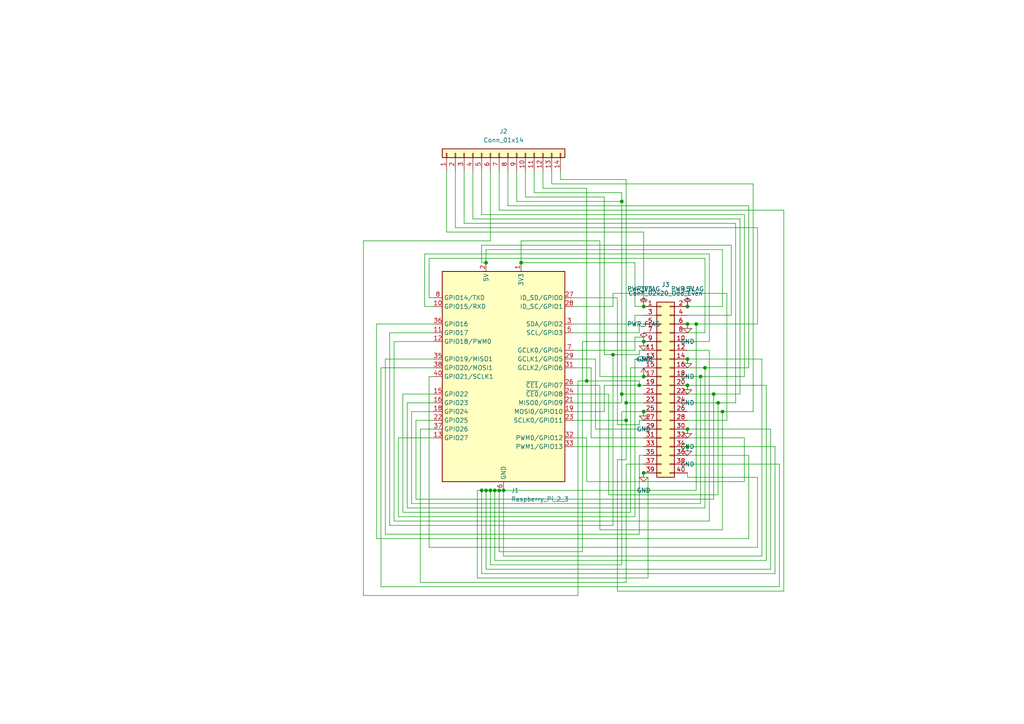
<source format=kicad_sch>
(kicad_sch
	(version 20250114)
	(generator "eeschema")
	(generator_version "9.0")
	(uuid "e86f7417-44e9-415e-935d-3db715bad55d")
	(paper "A4")
	(lib_symbols
		(symbol "Connector:Raspberry_Pi_2_3"
			(exclude_from_sim no)
			(in_bom yes)
			(on_board yes)
			(property "Reference" "J"
				(at -17.78 31.75 0)
				(effects
					(font
						(size 1.27 1.27)
					)
					(justify left bottom)
				)
			)
			(property "Value" "Raspberry_Pi_2_3"
				(at 10.16 -31.75 0)
				(effects
					(font
						(size 1.27 1.27)
					)
					(justify left top)
				)
			)
			(property "Footprint" ""
				(at 0 0 0)
				(effects
					(font
						(size 1.27 1.27)
					)
					(hide yes)
				)
			)
			(property "Datasheet" "https://www.raspberrypi.org/documentation/hardware/raspberrypi/schematics/rpi_SCH_3bplus_1p0_reduced.pdf"
				(at 60.96 -44.45 0)
				(effects
					(font
						(size 1.27 1.27)
					)
					(hide yes)
				)
			)
			(property "Description" "expansion header for Raspberry Pi 2 & 3"
				(at 0 0 0)
				(effects
					(font
						(size 1.27 1.27)
					)
					(hide yes)
				)
			)
			(property "ki_keywords" "raspberrypi gpio"
				(at 0 0 0)
				(effects
					(font
						(size 1.27 1.27)
					)
					(hide yes)
				)
			)
			(property "ki_fp_filters" "PinHeader*2x20*P2.54mm*Vertical* PinSocket*2x20*P2.54mm*Vertical*"
				(at 0 0 0)
				(effects
					(font
						(size 1.27 1.27)
					)
					(hide yes)
				)
			)
			(symbol "Raspberry_Pi_2_3_0_1"
				(rectangle
					(start -17.78 30.48)
					(end 17.78 -30.48)
					(stroke
						(width 0.254)
						(type default)
					)
					(fill
						(type background)
					)
				)
			)
			(symbol "Raspberry_Pi_2_3_1_1"
				(pin bidirectional line
					(at -20.32 22.86 0)
					(length 2.54)
					(name "GPIO14/TXD"
						(effects
							(font
								(size 1.27 1.27)
							)
						)
					)
					(number "8"
						(effects
							(font
								(size 1.27 1.27)
							)
						)
					)
				)
				(pin bidirectional line
					(at -20.32 20.32 0)
					(length 2.54)
					(name "GPIO15/RXD"
						(effects
							(font
								(size 1.27 1.27)
							)
						)
					)
					(number "10"
						(effects
							(font
								(size 1.27 1.27)
							)
						)
					)
				)
				(pin bidirectional line
					(at -20.32 15.24 0)
					(length 2.54)
					(name "GPIO16"
						(effects
							(font
								(size 1.27 1.27)
							)
						)
					)
					(number "36"
						(effects
							(font
								(size 1.27 1.27)
							)
						)
					)
				)
				(pin bidirectional line
					(at -20.32 12.7 0)
					(length 2.54)
					(name "GPIO17"
						(effects
							(font
								(size 1.27 1.27)
							)
						)
					)
					(number "11"
						(effects
							(font
								(size 1.27 1.27)
							)
						)
					)
				)
				(pin bidirectional line
					(at -20.32 10.16 0)
					(length 2.54)
					(name "GPIO18/PWM0"
						(effects
							(font
								(size 1.27 1.27)
							)
						)
					)
					(number "12"
						(effects
							(font
								(size 1.27 1.27)
							)
						)
					)
				)
				(pin bidirectional line
					(at -20.32 5.08 0)
					(length 2.54)
					(name "GPIO19/MISO1"
						(effects
							(font
								(size 1.27 1.27)
							)
						)
					)
					(number "35"
						(effects
							(font
								(size 1.27 1.27)
							)
						)
					)
				)
				(pin bidirectional line
					(at -20.32 2.54 0)
					(length 2.54)
					(name "GPIO20/MOSI1"
						(effects
							(font
								(size 1.27 1.27)
							)
						)
					)
					(number "38"
						(effects
							(font
								(size 1.27 1.27)
							)
						)
					)
				)
				(pin bidirectional line
					(at -20.32 0 0)
					(length 2.54)
					(name "GPIO21/SCLK1"
						(effects
							(font
								(size 1.27 1.27)
							)
						)
					)
					(number "40"
						(effects
							(font
								(size 1.27 1.27)
							)
						)
					)
				)
				(pin bidirectional line
					(at -20.32 -5.08 0)
					(length 2.54)
					(name "GPIO22"
						(effects
							(font
								(size 1.27 1.27)
							)
						)
					)
					(number "15"
						(effects
							(font
								(size 1.27 1.27)
							)
						)
					)
				)
				(pin bidirectional line
					(at -20.32 -7.62 0)
					(length 2.54)
					(name "GPIO23"
						(effects
							(font
								(size 1.27 1.27)
							)
						)
					)
					(number "16"
						(effects
							(font
								(size 1.27 1.27)
							)
						)
					)
				)
				(pin bidirectional line
					(at -20.32 -10.16 0)
					(length 2.54)
					(name "GPIO24"
						(effects
							(font
								(size 1.27 1.27)
							)
						)
					)
					(number "18"
						(effects
							(font
								(size 1.27 1.27)
							)
						)
					)
				)
				(pin bidirectional line
					(at -20.32 -12.7 0)
					(length 2.54)
					(name "GPIO25"
						(effects
							(font
								(size 1.27 1.27)
							)
						)
					)
					(number "22"
						(effects
							(font
								(size 1.27 1.27)
							)
						)
					)
				)
				(pin bidirectional line
					(at -20.32 -15.24 0)
					(length 2.54)
					(name "GPIO26"
						(effects
							(font
								(size 1.27 1.27)
							)
						)
					)
					(number "37"
						(effects
							(font
								(size 1.27 1.27)
							)
						)
					)
				)
				(pin bidirectional line
					(at -20.32 -17.78 0)
					(length 2.54)
					(name "GPIO27"
						(effects
							(font
								(size 1.27 1.27)
							)
						)
					)
					(number "13"
						(effects
							(font
								(size 1.27 1.27)
							)
						)
					)
				)
				(pin power_in line
					(at -5.08 33.02 270)
					(length 2.54)
					(name "5V"
						(effects
							(font
								(size 1.27 1.27)
							)
						)
					)
					(number "2"
						(effects
							(font
								(size 1.27 1.27)
							)
						)
					)
				)
				(pin passive line
					(at -5.08 33.02 270)
					(length 2.54)
					(hide yes)
					(name "5V"
						(effects
							(font
								(size 1.27 1.27)
							)
						)
					)
					(number "4"
						(effects
							(font
								(size 1.27 1.27)
							)
						)
					)
				)
				(pin passive line
					(at 0 -33.02 90)
					(length 2.54)
					(hide yes)
					(name "GND"
						(effects
							(font
								(size 1.27 1.27)
							)
						)
					)
					(number "14"
						(effects
							(font
								(size 1.27 1.27)
							)
						)
					)
				)
				(pin passive line
					(at 0 -33.02 90)
					(length 2.54)
					(hide yes)
					(name "GND"
						(effects
							(font
								(size 1.27 1.27)
							)
						)
					)
					(number "20"
						(effects
							(font
								(size 1.27 1.27)
							)
						)
					)
				)
				(pin passive line
					(at 0 -33.02 90)
					(length 2.54)
					(hide yes)
					(name "GND"
						(effects
							(font
								(size 1.27 1.27)
							)
						)
					)
					(number "25"
						(effects
							(font
								(size 1.27 1.27)
							)
						)
					)
				)
				(pin passive line
					(at 0 -33.02 90)
					(length 2.54)
					(hide yes)
					(name "GND"
						(effects
							(font
								(size 1.27 1.27)
							)
						)
					)
					(number "30"
						(effects
							(font
								(size 1.27 1.27)
							)
						)
					)
				)
				(pin passive line
					(at 0 -33.02 90)
					(length 2.54)
					(hide yes)
					(name "GND"
						(effects
							(font
								(size 1.27 1.27)
							)
						)
					)
					(number "34"
						(effects
							(font
								(size 1.27 1.27)
							)
						)
					)
				)
				(pin passive line
					(at 0 -33.02 90)
					(length 2.54)
					(hide yes)
					(name "GND"
						(effects
							(font
								(size 1.27 1.27)
							)
						)
					)
					(number "39"
						(effects
							(font
								(size 1.27 1.27)
							)
						)
					)
				)
				(pin power_in line
					(at 0 -33.02 90)
					(length 2.54)
					(name "GND"
						(effects
							(font
								(size 1.27 1.27)
							)
						)
					)
					(number "6"
						(effects
							(font
								(size 1.27 1.27)
							)
						)
					)
				)
				(pin passive line
					(at 0 -33.02 90)
					(length 2.54)
					(hide yes)
					(name "GND"
						(effects
							(font
								(size 1.27 1.27)
							)
						)
					)
					(number "9"
						(effects
							(font
								(size 1.27 1.27)
							)
						)
					)
				)
				(pin power_in line
					(at 5.08 33.02 270)
					(length 2.54)
					(name "3V3"
						(effects
							(font
								(size 1.27 1.27)
							)
						)
					)
					(number "1"
						(effects
							(font
								(size 1.27 1.27)
							)
						)
					)
				)
				(pin passive line
					(at 5.08 33.02 270)
					(length 2.54)
					(hide yes)
					(name "3V3"
						(effects
							(font
								(size 1.27 1.27)
							)
						)
					)
					(number "17"
						(effects
							(font
								(size 1.27 1.27)
							)
						)
					)
				)
				(pin bidirectional line
					(at 20.32 22.86 180)
					(length 2.54)
					(name "ID_SD/GPIO0"
						(effects
							(font
								(size 1.27 1.27)
							)
						)
					)
					(number "27"
						(effects
							(font
								(size 1.27 1.27)
							)
						)
					)
				)
				(pin bidirectional line
					(at 20.32 20.32 180)
					(length 2.54)
					(name "ID_SC/GPIO1"
						(effects
							(font
								(size 1.27 1.27)
							)
						)
					)
					(number "28"
						(effects
							(font
								(size 1.27 1.27)
							)
						)
					)
				)
				(pin bidirectional line
					(at 20.32 15.24 180)
					(length 2.54)
					(name "SDA/GPIO2"
						(effects
							(font
								(size 1.27 1.27)
							)
						)
					)
					(number "3"
						(effects
							(font
								(size 1.27 1.27)
							)
						)
					)
				)
				(pin bidirectional line
					(at 20.32 12.7 180)
					(length 2.54)
					(name "SCL/GPIO3"
						(effects
							(font
								(size 1.27 1.27)
							)
						)
					)
					(number "5"
						(effects
							(font
								(size 1.27 1.27)
							)
						)
					)
				)
				(pin bidirectional line
					(at 20.32 7.62 180)
					(length 2.54)
					(name "GCLK0/GPIO4"
						(effects
							(font
								(size 1.27 1.27)
							)
						)
					)
					(number "7"
						(effects
							(font
								(size 1.27 1.27)
							)
						)
					)
				)
				(pin bidirectional line
					(at 20.32 5.08 180)
					(length 2.54)
					(name "GCLK1/GPIO5"
						(effects
							(font
								(size 1.27 1.27)
							)
						)
					)
					(number "29"
						(effects
							(font
								(size 1.27 1.27)
							)
						)
					)
				)
				(pin bidirectional line
					(at 20.32 2.54 180)
					(length 2.54)
					(name "GCLK2/GPIO6"
						(effects
							(font
								(size 1.27 1.27)
							)
						)
					)
					(number "31"
						(effects
							(font
								(size 1.27 1.27)
							)
						)
					)
				)
				(pin bidirectional line
					(at 20.32 -2.54 180)
					(length 2.54)
					(name "~{CE1}/GPIO7"
						(effects
							(font
								(size 1.27 1.27)
							)
						)
					)
					(number "26"
						(effects
							(font
								(size 1.27 1.27)
							)
						)
					)
				)
				(pin bidirectional line
					(at 20.32 -5.08 180)
					(length 2.54)
					(name "~{CE0}/GPIO8"
						(effects
							(font
								(size 1.27 1.27)
							)
						)
					)
					(number "24"
						(effects
							(font
								(size 1.27 1.27)
							)
						)
					)
				)
				(pin bidirectional line
					(at 20.32 -7.62 180)
					(length 2.54)
					(name "MISO0/GPIO9"
						(effects
							(font
								(size 1.27 1.27)
							)
						)
					)
					(number "21"
						(effects
							(font
								(size 1.27 1.27)
							)
						)
					)
				)
				(pin bidirectional line
					(at 20.32 -10.16 180)
					(length 2.54)
					(name "MOSI0/GPIO10"
						(effects
							(font
								(size 1.27 1.27)
							)
						)
					)
					(number "19"
						(effects
							(font
								(size 1.27 1.27)
							)
						)
					)
				)
				(pin bidirectional line
					(at 20.32 -12.7 180)
					(length 2.54)
					(name "SCLK0/GPIO11"
						(effects
							(font
								(size 1.27 1.27)
							)
						)
					)
					(number "23"
						(effects
							(font
								(size 1.27 1.27)
							)
						)
					)
				)
				(pin bidirectional line
					(at 20.32 -17.78 180)
					(length 2.54)
					(name "PWM0/GPIO12"
						(effects
							(font
								(size 1.27 1.27)
							)
						)
					)
					(number "32"
						(effects
							(font
								(size 1.27 1.27)
							)
						)
					)
				)
				(pin bidirectional line
					(at 20.32 -20.32 180)
					(length 2.54)
					(name "PWM1/GPIO13"
						(effects
							(font
								(size 1.27 1.27)
							)
						)
					)
					(number "33"
						(effects
							(font
								(size 1.27 1.27)
							)
						)
					)
				)
			)
			(embedded_fonts no)
		)
		(symbol "Connector_Generic:Conn_01x14"
			(pin_names
				(offset 1.016)
				(hide yes)
			)
			(exclude_from_sim no)
			(in_bom yes)
			(on_board yes)
			(property "Reference" "J"
				(at 0 17.78 0)
				(effects
					(font
						(size 1.27 1.27)
					)
				)
			)
			(property "Value" "Conn_01x14"
				(at 0 -20.32 0)
				(effects
					(font
						(size 1.27 1.27)
					)
				)
			)
			(property "Footprint" ""
				(at 0 0 0)
				(effects
					(font
						(size 1.27 1.27)
					)
					(hide yes)
				)
			)
			(property "Datasheet" "~"
				(at 0 0 0)
				(effects
					(font
						(size 1.27 1.27)
					)
					(hide yes)
				)
			)
			(property "Description" "Generic connector, single row, 01x14, script generated (kicad-library-utils/schlib/autogen/connector/)"
				(at 0 0 0)
				(effects
					(font
						(size 1.27 1.27)
					)
					(hide yes)
				)
			)
			(property "ki_keywords" "connector"
				(at 0 0 0)
				(effects
					(font
						(size 1.27 1.27)
					)
					(hide yes)
				)
			)
			(property "ki_fp_filters" "Connector*:*_1x??_*"
				(at 0 0 0)
				(effects
					(font
						(size 1.27 1.27)
					)
					(hide yes)
				)
			)
			(symbol "Conn_01x14_1_1"
				(rectangle
					(start -1.27 16.51)
					(end 1.27 -19.05)
					(stroke
						(width 0.254)
						(type default)
					)
					(fill
						(type background)
					)
				)
				(rectangle
					(start -1.27 15.367)
					(end 0 15.113)
					(stroke
						(width 0.1524)
						(type default)
					)
					(fill
						(type none)
					)
				)
				(rectangle
					(start -1.27 12.827)
					(end 0 12.573)
					(stroke
						(width 0.1524)
						(type default)
					)
					(fill
						(type none)
					)
				)
				(rectangle
					(start -1.27 10.287)
					(end 0 10.033)
					(stroke
						(width 0.1524)
						(type default)
					)
					(fill
						(type none)
					)
				)
				(rectangle
					(start -1.27 7.747)
					(end 0 7.493)
					(stroke
						(width 0.1524)
						(type default)
					)
					(fill
						(type none)
					)
				)
				(rectangle
					(start -1.27 5.207)
					(end 0 4.953)
					(stroke
						(width 0.1524)
						(type default)
					)
					(fill
						(type none)
					)
				)
				(rectangle
					(start -1.27 2.667)
					(end 0 2.413)
					(stroke
						(width 0.1524)
						(type default)
					)
					(fill
						(type none)
					)
				)
				(rectangle
					(start -1.27 0.127)
					(end 0 -0.127)
					(stroke
						(width 0.1524)
						(type default)
					)
					(fill
						(type none)
					)
				)
				(rectangle
					(start -1.27 -2.413)
					(end 0 -2.667)
					(stroke
						(width 0.1524)
						(type default)
					)
					(fill
						(type none)
					)
				)
				(rectangle
					(start -1.27 -4.953)
					(end 0 -5.207)
					(stroke
						(width 0.1524)
						(type default)
					)
					(fill
						(type none)
					)
				)
				(rectangle
					(start -1.27 -7.493)
					(end 0 -7.747)
					(stroke
						(width 0.1524)
						(type default)
					)
					(fill
						(type none)
					)
				)
				(rectangle
					(start -1.27 -10.033)
					(end 0 -10.287)
					(stroke
						(width 0.1524)
						(type default)
					)
					(fill
						(type none)
					)
				)
				(rectangle
					(start -1.27 -12.573)
					(end 0 -12.827)
					(stroke
						(width 0.1524)
						(type default)
					)
					(fill
						(type none)
					)
				)
				(rectangle
					(start -1.27 -15.113)
					(end 0 -15.367)
					(stroke
						(width 0.1524)
						(type default)
					)
					(fill
						(type none)
					)
				)
				(rectangle
					(start -1.27 -17.653)
					(end 0 -17.907)
					(stroke
						(width 0.1524)
						(type default)
					)
					(fill
						(type none)
					)
				)
				(pin passive line
					(at -5.08 15.24 0)
					(length 3.81)
					(name "Pin_1"
						(effects
							(font
								(size 1.27 1.27)
							)
						)
					)
					(number "1"
						(effects
							(font
								(size 1.27 1.27)
							)
						)
					)
				)
				(pin passive line
					(at -5.08 12.7 0)
					(length 3.81)
					(name "Pin_2"
						(effects
							(font
								(size 1.27 1.27)
							)
						)
					)
					(number "2"
						(effects
							(font
								(size 1.27 1.27)
							)
						)
					)
				)
				(pin passive line
					(at -5.08 10.16 0)
					(length 3.81)
					(name "Pin_3"
						(effects
							(font
								(size 1.27 1.27)
							)
						)
					)
					(number "3"
						(effects
							(font
								(size 1.27 1.27)
							)
						)
					)
				)
				(pin passive line
					(at -5.08 7.62 0)
					(length 3.81)
					(name "Pin_4"
						(effects
							(font
								(size 1.27 1.27)
							)
						)
					)
					(number "4"
						(effects
							(font
								(size 1.27 1.27)
							)
						)
					)
				)
				(pin passive line
					(at -5.08 5.08 0)
					(length 3.81)
					(name "Pin_5"
						(effects
							(font
								(size 1.27 1.27)
							)
						)
					)
					(number "5"
						(effects
							(font
								(size 1.27 1.27)
							)
						)
					)
				)
				(pin passive line
					(at -5.08 2.54 0)
					(length 3.81)
					(name "Pin_6"
						(effects
							(font
								(size 1.27 1.27)
							)
						)
					)
					(number "6"
						(effects
							(font
								(size 1.27 1.27)
							)
						)
					)
				)
				(pin passive line
					(at -5.08 0 0)
					(length 3.81)
					(name "Pin_7"
						(effects
							(font
								(size 1.27 1.27)
							)
						)
					)
					(number "7"
						(effects
							(font
								(size 1.27 1.27)
							)
						)
					)
				)
				(pin passive line
					(at -5.08 -2.54 0)
					(length 3.81)
					(name "Pin_8"
						(effects
							(font
								(size 1.27 1.27)
							)
						)
					)
					(number "8"
						(effects
							(font
								(size 1.27 1.27)
							)
						)
					)
				)
				(pin passive line
					(at -5.08 -5.08 0)
					(length 3.81)
					(name "Pin_9"
						(effects
							(font
								(size 1.27 1.27)
							)
						)
					)
					(number "9"
						(effects
							(font
								(size 1.27 1.27)
							)
						)
					)
				)
				(pin passive line
					(at -5.08 -7.62 0)
					(length 3.81)
					(name "Pin_10"
						(effects
							(font
								(size 1.27 1.27)
							)
						)
					)
					(number "10"
						(effects
							(font
								(size 1.27 1.27)
							)
						)
					)
				)
				(pin passive line
					(at -5.08 -10.16 0)
					(length 3.81)
					(name "Pin_11"
						(effects
							(font
								(size 1.27 1.27)
							)
						)
					)
					(number "11"
						(effects
							(font
								(size 1.27 1.27)
							)
						)
					)
				)
				(pin passive line
					(at -5.08 -12.7 0)
					(length 3.81)
					(name "Pin_12"
						(effects
							(font
								(size 1.27 1.27)
							)
						)
					)
					(number "12"
						(effects
							(font
								(size 1.27 1.27)
							)
						)
					)
				)
				(pin passive line
					(at -5.08 -15.24 0)
					(length 3.81)
					(name "Pin_13"
						(effects
							(font
								(size 1.27 1.27)
							)
						)
					)
					(number "13"
						(effects
							(font
								(size 1.27 1.27)
							)
						)
					)
				)
				(pin passive line
					(at -5.08 -17.78 0)
					(length 3.81)
					(name "Pin_14"
						(effects
							(font
								(size 1.27 1.27)
							)
						)
					)
					(number "14"
						(effects
							(font
								(size 1.27 1.27)
							)
						)
					)
				)
			)
			(embedded_fonts no)
		)
		(symbol "Connector_Generic:Conn_02x20_Odd_Even"
			(pin_names
				(offset 1.016)
				(hide yes)
			)
			(exclude_from_sim no)
			(in_bom yes)
			(on_board yes)
			(property "Reference" "J"
				(at 1.27 25.4 0)
				(effects
					(font
						(size 1.27 1.27)
					)
				)
			)
			(property "Value" "Conn_02x20_Odd_Even"
				(at 1.27 -27.94 0)
				(effects
					(font
						(size 1.27 1.27)
					)
				)
			)
			(property "Footprint" ""
				(at 0 0 0)
				(effects
					(font
						(size 1.27 1.27)
					)
					(hide yes)
				)
			)
			(property "Datasheet" "~"
				(at 0 0 0)
				(effects
					(font
						(size 1.27 1.27)
					)
					(hide yes)
				)
			)
			(property "Description" "Generic connector, double row, 02x20, odd/even pin numbering scheme (row 1 odd numbers, row 2 even numbers), script generated (kicad-library-utils/schlib/autogen/connector/)"
				(at 0 0 0)
				(effects
					(font
						(size 1.27 1.27)
					)
					(hide yes)
				)
			)
			(property "ki_keywords" "connector"
				(at 0 0 0)
				(effects
					(font
						(size 1.27 1.27)
					)
					(hide yes)
				)
			)
			(property "ki_fp_filters" "Connector*:*_2x??_*"
				(at 0 0 0)
				(effects
					(font
						(size 1.27 1.27)
					)
					(hide yes)
				)
			)
			(symbol "Conn_02x20_Odd_Even_1_1"
				(rectangle
					(start -1.27 24.13)
					(end 3.81 -26.67)
					(stroke
						(width 0.254)
						(type default)
					)
					(fill
						(type background)
					)
				)
				(rectangle
					(start -1.27 22.987)
					(end 0 22.733)
					(stroke
						(width 0.1524)
						(type default)
					)
					(fill
						(type none)
					)
				)
				(rectangle
					(start -1.27 20.447)
					(end 0 20.193)
					(stroke
						(width 0.1524)
						(type default)
					)
					(fill
						(type none)
					)
				)
				(rectangle
					(start -1.27 17.907)
					(end 0 17.653)
					(stroke
						(width 0.1524)
						(type default)
					)
					(fill
						(type none)
					)
				)
				(rectangle
					(start -1.27 15.367)
					(end 0 15.113)
					(stroke
						(width 0.1524)
						(type default)
					)
					(fill
						(type none)
					)
				)
				(rectangle
					(start -1.27 12.827)
					(end 0 12.573)
					(stroke
						(width 0.1524)
						(type default)
					)
					(fill
						(type none)
					)
				)
				(rectangle
					(start -1.27 10.287)
					(end 0 10.033)
					(stroke
						(width 0.1524)
						(type default)
					)
					(fill
						(type none)
					)
				)
				(rectangle
					(start -1.27 7.747)
					(end 0 7.493)
					(stroke
						(width 0.1524)
						(type default)
					)
					(fill
						(type none)
					)
				)
				(rectangle
					(start -1.27 5.207)
					(end 0 4.953)
					(stroke
						(width 0.1524)
						(type default)
					)
					(fill
						(type none)
					)
				)
				(rectangle
					(start -1.27 2.667)
					(end 0 2.413)
					(stroke
						(width 0.1524)
						(type default)
					)
					(fill
						(type none)
					)
				)
				(rectangle
					(start -1.27 0.127)
					(end 0 -0.127)
					(stroke
						(width 0.1524)
						(type default)
					)
					(fill
						(type none)
					)
				)
				(rectangle
					(start -1.27 -2.413)
					(end 0 -2.667)
					(stroke
						(width 0.1524)
						(type default)
					)
					(fill
						(type none)
					)
				)
				(rectangle
					(start -1.27 -4.953)
					(end 0 -5.207)
					(stroke
						(width 0.1524)
						(type default)
					)
					(fill
						(type none)
					)
				)
				(rectangle
					(start -1.27 -7.493)
					(end 0 -7.747)
					(stroke
						(width 0.1524)
						(type default)
					)
					(fill
						(type none)
					)
				)
				(rectangle
					(start -1.27 -10.033)
					(end 0 -10.287)
					(stroke
						(width 0.1524)
						(type default)
					)
					(fill
						(type none)
					)
				)
				(rectangle
					(start -1.27 -12.573)
					(end 0 -12.827)
					(stroke
						(width 0.1524)
						(type default)
					)
					(fill
						(type none)
					)
				)
				(rectangle
					(start -1.27 -15.113)
					(end 0 -15.367)
					(stroke
						(width 0.1524)
						(type default)
					)
					(fill
						(type none)
					)
				)
				(rectangle
					(start -1.27 -17.653)
					(end 0 -17.907)
					(stroke
						(width 0.1524)
						(type default)
					)
					(fill
						(type none)
					)
				)
				(rectangle
					(start -1.27 -20.193)
					(end 0 -20.447)
					(stroke
						(width 0.1524)
						(type default)
					)
					(fill
						(type none)
					)
				)
				(rectangle
					(start -1.27 -22.733)
					(end 0 -22.987)
					(stroke
						(width 0.1524)
						(type default)
					)
					(fill
						(type none)
					)
				)
				(rectangle
					(start -1.27 -25.273)
					(end 0 -25.527)
					(stroke
						(width 0.1524)
						(type default)
					)
					(fill
						(type none)
					)
				)
				(rectangle
					(start 3.81 22.987)
					(end 2.54 22.733)
					(stroke
						(width 0.1524)
						(type default)
					)
					(fill
						(type none)
					)
				)
				(rectangle
					(start 3.81 20.447)
					(end 2.54 20.193)
					(stroke
						(width 0.1524)
						(type default)
					)
					(fill
						(type none)
					)
				)
				(rectangle
					(start 3.81 17.907)
					(end 2.54 17.653)
					(stroke
						(width 0.1524)
						(type default)
					)
					(fill
						(type none)
					)
				)
				(rectangle
					(start 3.81 15.367)
					(end 2.54 15.113)
					(stroke
						(width 0.1524)
						(type default)
					)
					(fill
						(type none)
					)
				)
				(rectangle
					(start 3.81 12.827)
					(end 2.54 12.573)
					(stroke
						(width 0.1524)
						(type default)
					)
					(fill
						(type none)
					)
				)
				(rectangle
					(start 3.81 10.287)
					(end 2.54 10.033)
					(stroke
						(width 0.1524)
						(type default)
					)
					(fill
						(type none)
					)
				)
				(rectangle
					(start 3.81 7.747)
					(end 2.54 7.493)
					(stroke
						(width 0.1524)
						(type default)
					)
					(fill
						(type none)
					)
				)
				(rectangle
					(start 3.81 5.207)
					(end 2.54 4.953)
					(stroke
						(width 0.1524)
						(type default)
					)
					(fill
						(type none)
					)
				)
				(rectangle
					(start 3.81 2.667)
					(end 2.54 2.413)
					(stroke
						(width 0.1524)
						(type default)
					)
					(fill
						(type none)
					)
				)
				(rectangle
					(start 3.81 0.127)
					(end 2.54 -0.127)
					(stroke
						(width 0.1524)
						(type default)
					)
					(fill
						(type none)
					)
				)
				(rectangle
					(start 3.81 -2.413)
					(end 2.54 -2.667)
					(stroke
						(width 0.1524)
						(type default)
					)
					(fill
						(type none)
					)
				)
				(rectangle
					(start 3.81 -4.953)
					(end 2.54 -5.207)
					(stroke
						(width 0.1524)
						(type default)
					)
					(fill
						(type none)
					)
				)
				(rectangle
					(start 3.81 -7.493)
					(end 2.54 -7.747)
					(stroke
						(width 0.1524)
						(type default)
					)
					(fill
						(type none)
					)
				)
				(rectangle
					(start 3.81 -10.033)
					(end 2.54 -10.287)
					(stroke
						(width 0.1524)
						(type default)
					)
					(fill
						(type none)
					)
				)
				(rectangle
					(start 3.81 -12.573)
					(end 2.54 -12.827)
					(stroke
						(width 0.1524)
						(type default)
					)
					(fill
						(type none)
					)
				)
				(rectangle
					(start 3.81 -15.113)
					(end 2.54 -15.367)
					(stroke
						(width 0.1524)
						(type default)
					)
					(fill
						(type none)
					)
				)
				(rectangle
					(start 3.81 -17.653)
					(end 2.54 -17.907)
					(stroke
						(width 0.1524)
						(type default)
					)
					(fill
						(type none)
					)
				)
				(rectangle
					(start 3.81 -20.193)
					(end 2.54 -20.447)
					(stroke
						(width 0.1524)
						(type default)
					)
					(fill
						(type none)
					)
				)
				(rectangle
					(start 3.81 -22.733)
					(end 2.54 -22.987)
					(stroke
						(width 0.1524)
						(type default)
					)
					(fill
						(type none)
					)
				)
				(rectangle
					(start 3.81 -25.273)
					(end 2.54 -25.527)
					(stroke
						(width 0.1524)
						(type default)
					)
					(fill
						(type none)
					)
				)
				(pin passive line
					(at -5.08 22.86 0)
					(length 3.81)
					(name "Pin_1"
						(effects
							(font
								(size 1.27 1.27)
							)
						)
					)
					(number "1"
						(effects
							(font
								(size 1.27 1.27)
							)
						)
					)
				)
				(pin passive line
					(at -5.08 20.32 0)
					(length 3.81)
					(name "Pin_3"
						(effects
							(font
								(size 1.27 1.27)
							)
						)
					)
					(number "3"
						(effects
							(font
								(size 1.27 1.27)
							)
						)
					)
				)
				(pin passive line
					(at -5.08 17.78 0)
					(length 3.81)
					(name "Pin_5"
						(effects
							(font
								(size 1.27 1.27)
							)
						)
					)
					(number "5"
						(effects
							(font
								(size 1.27 1.27)
							)
						)
					)
				)
				(pin passive line
					(at -5.08 15.24 0)
					(length 3.81)
					(name "Pin_7"
						(effects
							(font
								(size 1.27 1.27)
							)
						)
					)
					(number "7"
						(effects
							(font
								(size 1.27 1.27)
							)
						)
					)
				)
				(pin passive line
					(at -5.08 12.7 0)
					(length 3.81)
					(name "Pin_9"
						(effects
							(font
								(size 1.27 1.27)
							)
						)
					)
					(number "9"
						(effects
							(font
								(size 1.27 1.27)
							)
						)
					)
				)
				(pin passive line
					(at -5.08 10.16 0)
					(length 3.81)
					(name "Pin_11"
						(effects
							(font
								(size 1.27 1.27)
							)
						)
					)
					(number "11"
						(effects
							(font
								(size 1.27 1.27)
							)
						)
					)
				)
				(pin passive line
					(at -5.08 7.62 0)
					(length 3.81)
					(name "Pin_13"
						(effects
							(font
								(size 1.27 1.27)
							)
						)
					)
					(number "13"
						(effects
							(font
								(size 1.27 1.27)
							)
						)
					)
				)
				(pin passive line
					(at -5.08 5.08 0)
					(length 3.81)
					(name "Pin_15"
						(effects
							(font
								(size 1.27 1.27)
							)
						)
					)
					(number "15"
						(effects
							(font
								(size 1.27 1.27)
							)
						)
					)
				)
				(pin passive line
					(at -5.08 2.54 0)
					(length 3.81)
					(name "Pin_17"
						(effects
							(font
								(size 1.27 1.27)
							)
						)
					)
					(number "17"
						(effects
							(font
								(size 1.27 1.27)
							)
						)
					)
				)
				(pin passive line
					(at -5.08 0 0)
					(length 3.81)
					(name "Pin_19"
						(effects
							(font
								(size 1.27 1.27)
							)
						)
					)
					(number "19"
						(effects
							(font
								(size 1.27 1.27)
							)
						)
					)
				)
				(pin passive line
					(at -5.08 -2.54 0)
					(length 3.81)
					(name "Pin_21"
						(effects
							(font
								(size 1.27 1.27)
							)
						)
					)
					(number "21"
						(effects
							(font
								(size 1.27 1.27)
							)
						)
					)
				)
				(pin passive line
					(at -5.08 -5.08 0)
					(length 3.81)
					(name "Pin_23"
						(effects
							(font
								(size 1.27 1.27)
							)
						)
					)
					(number "23"
						(effects
							(font
								(size 1.27 1.27)
							)
						)
					)
				)
				(pin passive line
					(at -5.08 -7.62 0)
					(length 3.81)
					(name "Pin_25"
						(effects
							(font
								(size 1.27 1.27)
							)
						)
					)
					(number "25"
						(effects
							(font
								(size 1.27 1.27)
							)
						)
					)
				)
				(pin passive line
					(at -5.08 -10.16 0)
					(length 3.81)
					(name "Pin_27"
						(effects
							(font
								(size 1.27 1.27)
							)
						)
					)
					(number "27"
						(effects
							(font
								(size 1.27 1.27)
							)
						)
					)
				)
				(pin passive line
					(at -5.08 -12.7 0)
					(length 3.81)
					(name "Pin_29"
						(effects
							(font
								(size 1.27 1.27)
							)
						)
					)
					(number "29"
						(effects
							(font
								(size 1.27 1.27)
							)
						)
					)
				)
				(pin passive line
					(at -5.08 -15.24 0)
					(length 3.81)
					(name "Pin_31"
						(effects
							(font
								(size 1.27 1.27)
							)
						)
					)
					(number "31"
						(effects
							(font
								(size 1.27 1.27)
							)
						)
					)
				)
				(pin passive line
					(at -5.08 -17.78 0)
					(length 3.81)
					(name "Pin_33"
						(effects
							(font
								(size 1.27 1.27)
							)
						)
					)
					(number "33"
						(effects
							(font
								(size 1.27 1.27)
							)
						)
					)
				)
				(pin passive line
					(at -5.08 -20.32 0)
					(length 3.81)
					(name "Pin_35"
						(effects
							(font
								(size 1.27 1.27)
							)
						)
					)
					(number "35"
						(effects
							(font
								(size 1.27 1.27)
							)
						)
					)
				)
				(pin passive line
					(at -5.08 -22.86 0)
					(length 3.81)
					(name "Pin_37"
						(effects
							(font
								(size 1.27 1.27)
							)
						)
					)
					(number "37"
						(effects
							(font
								(size 1.27 1.27)
							)
						)
					)
				)
				(pin passive line
					(at -5.08 -25.4 0)
					(length 3.81)
					(name "Pin_39"
						(effects
							(font
								(size 1.27 1.27)
							)
						)
					)
					(number "39"
						(effects
							(font
								(size 1.27 1.27)
							)
						)
					)
				)
				(pin passive line
					(at 7.62 22.86 180)
					(length 3.81)
					(name "Pin_2"
						(effects
							(font
								(size 1.27 1.27)
							)
						)
					)
					(number "2"
						(effects
							(font
								(size 1.27 1.27)
							)
						)
					)
				)
				(pin passive line
					(at 7.62 20.32 180)
					(length 3.81)
					(name "Pin_4"
						(effects
							(font
								(size 1.27 1.27)
							)
						)
					)
					(number "4"
						(effects
							(font
								(size 1.27 1.27)
							)
						)
					)
				)
				(pin passive line
					(at 7.62 17.78 180)
					(length 3.81)
					(name "Pin_6"
						(effects
							(font
								(size 1.27 1.27)
							)
						)
					)
					(number "6"
						(effects
							(font
								(size 1.27 1.27)
							)
						)
					)
				)
				(pin passive line
					(at 7.62 15.24 180)
					(length 3.81)
					(name "Pin_8"
						(effects
							(font
								(size 1.27 1.27)
							)
						)
					)
					(number "8"
						(effects
							(font
								(size 1.27 1.27)
							)
						)
					)
				)
				(pin passive line
					(at 7.62 12.7 180)
					(length 3.81)
					(name "Pin_10"
						(effects
							(font
								(size 1.27 1.27)
							)
						)
					)
					(number "10"
						(effects
							(font
								(size 1.27 1.27)
							)
						)
					)
				)
				(pin passive line
					(at 7.62 10.16 180)
					(length 3.81)
					(name "Pin_12"
						(effects
							(font
								(size 1.27 1.27)
							)
						)
					)
					(number "12"
						(effects
							(font
								(size 1.27 1.27)
							)
						)
					)
				)
				(pin passive line
					(at 7.62 7.62 180)
					(length 3.81)
					(name "Pin_14"
						(effects
							(font
								(size 1.27 1.27)
							)
						)
					)
					(number "14"
						(effects
							(font
								(size 1.27 1.27)
							)
						)
					)
				)
				(pin passive line
					(at 7.62 5.08 180)
					(length 3.81)
					(name "Pin_16"
						(effects
							(font
								(size 1.27 1.27)
							)
						)
					)
					(number "16"
						(effects
							(font
								(size 1.27 1.27)
							)
						)
					)
				)
				(pin passive line
					(at 7.62 2.54 180)
					(length 3.81)
					(name "Pin_18"
						(effects
							(font
								(size 1.27 1.27)
							)
						)
					)
					(number "18"
						(effects
							(font
								(size 1.27 1.27)
							)
						)
					)
				)
				(pin passive line
					(at 7.62 0 180)
					(length 3.81)
					(name "Pin_20"
						(effects
							(font
								(size 1.27 1.27)
							)
						)
					)
					(number "20"
						(effects
							(font
								(size 1.27 1.27)
							)
						)
					)
				)
				(pin passive line
					(at 7.62 -2.54 180)
					(length 3.81)
					(name "Pin_22"
						(effects
							(font
								(size 1.27 1.27)
							)
						)
					)
					(number "22"
						(effects
							(font
								(size 1.27 1.27)
							)
						)
					)
				)
				(pin passive line
					(at 7.62 -5.08 180)
					(length 3.81)
					(name "Pin_24"
						(effects
							(font
								(size 1.27 1.27)
							)
						)
					)
					(number "24"
						(effects
							(font
								(size 1.27 1.27)
							)
						)
					)
				)
				(pin passive line
					(at 7.62 -7.62 180)
					(length 3.81)
					(name "Pin_26"
						(effects
							(font
								(size 1.27 1.27)
							)
						)
					)
					(number "26"
						(effects
							(font
								(size 1.27 1.27)
							)
						)
					)
				)
				(pin passive line
					(at 7.62 -10.16 180)
					(length 3.81)
					(name "Pin_28"
						(effects
							(font
								(size 1.27 1.27)
							)
						)
					)
					(number "28"
						(effects
							(font
								(size 1.27 1.27)
							)
						)
					)
				)
				(pin passive line
					(at 7.62 -12.7 180)
					(length 3.81)
					(name "Pin_30"
						(effects
							(font
								(size 1.27 1.27)
							)
						)
					)
					(number "30"
						(effects
							(font
								(size 1.27 1.27)
							)
						)
					)
				)
				(pin passive line
					(at 7.62 -15.24 180)
					(length 3.81)
					(name "Pin_32"
						(effects
							(font
								(size 1.27 1.27)
							)
						)
					)
					(number "32"
						(effects
							(font
								(size 1.27 1.27)
							)
						)
					)
				)
				(pin passive line
					(at 7.62 -17.78 180)
					(length 3.81)
					(name "Pin_34"
						(effects
							(font
								(size 1.27 1.27)
							)
						)
					)
					(number "34"
						(effects
							(font
								(size 1.27 1.27)
							)
						)
					)
				)
				(pin passive line
					(at 7.62 -20.32 180)
					(length 3.81)
					(name "Pin_36"
						(effects
							(font
								(size 1.27 1.27)
							)
						)
					)
					(number "36"
						(effects
							(font
								(size 1.27 1.27)
							)
						)
					)
				)
				(pin passive line
					(at 7.62 -22.86 180)
					(length 3.81)
					(name "Pin_38"
						(effects
							(font
								(size 1.27 1.27)
							)
						)
					)
					(number "38"
						(effects
							(font
								(size 1.27 1.27)
							)
						)
					)
				)
				(pin passive line
					(at 7.62 -25.4 180)
					(length 3.81)
					(name "Pin_40"
						(effects
							(font
								(size 1.27 1.27)
							)
						)
					)
					(number "40"
						(effects
							(font
								(size 1.27 1.27)
							)
						)
					)
				)
			)
			(embedded_fonts no)
		)
		(symbol "power:+3V3"
			(power)
			(pin_numbers
				(hide yes)
			)
			(pin_names
				(offset 0)
				(hide yes)
			)
			(exclude_from_sim no)
			(in_bom yes)
			(on_board yes)
			(property "Reference" "#PWR"
				(at 0 -3.81 0)
				(effects
					(font
						(size 1.27 1.27)
					)
					(hide yes)
				)
			)
			(property "Value" "+3V3"
				(at 0 3.556 0)
				(effects
					(font
						(size 1.27 1.27)
					)
				)
			)
			(property "Footprint" ""
				(at 0 0 0)
				(effects
					(font
						(size 1.27 1.27)
					)
					(hide yes)
				)
			)
			(property "Datasheet" ""
				(at 0 0 0)
				(effects
					(font
						(size 1.27 1.27)
					)
					(hide yes)
				)
			)
			(property "Description" "Power symbol creates a global label with name \"+3V3\""
				(at 0 0 0)
				(effects
					(font
						(size 1.27 1.27)
					)
					(hide yes)
				)
			)
			(property "ki_keywords" "global power"
				(at 0 0 0)
				(effects
					(font
						(size 1.27 1.27)
					)
					(hide yes)
				)
			)
			(symbol "+3V3_0_1"
				(polyline
					(pts
						(xy -0.762 1.27) (xy 0 2.54)
					)
					(stroke
						(width 0)
						(type default)
					)
					(fill
						(type none)
					)
				)
				(polyline
					(pts
						(xy 0 2.54) (xy 0.762 1.27)
					)
					(stroke
						(width 0)
						(type default)
					)
					(fill
						(type none)
					)
				)
				(polyline
					(pts
						(xy 0 0) (xy 0 2.54)
					)
					(stroke
						(width 0)
						(type default)
					)
					(fill
						(type none)
					)
				)
			)
			(symbol "+3V3_1_1"
				(pin power_in line
					(at 0 0 90)
					(length 0)
					(name "~"
						(effects
							(font
								(size 1.27 1.27)
							)
						)
					)
					(number "1"
						(effects
							(font
								(size 1.27 1.27)
							)
						)
					)
				)
			)
			(embedded_fonts no)
		)
		(symbol "power:+5V"
			(power)
			(pin_numbers
				(hide yes)
			)
			(pin_names
				(offset 0)
				(hide yes)
			)
			(exclude_from_sim no)
			(in_bom yes)
			(on_board yes)
			(property "Reference" "#PWR"
				(at 0 -3.81 0)
				(effects
					(font
						(size 1.27 1.27)
					)
					(hide yes)
				)
			)
			(property "Value" "+5V"
				(at 0 3.556 0)
				(effects
					(font
						(size 1.27 1.27)
					)
				)
			)
			(property "Footprint" ""
				(at 0 0 0)
				(effects
					(font
						(size 1.27 1.27)
					)
					(hide yes)
				)
			)
			(property "Datasheet" ""
				(at 0 0 0)
				(effects
					(font
						(size 1.27 1.27)
					)
					(hide yes)
				)
			)
			(property "Description" "Power symbol creates a global label with name \"+5V\""
				(at 0 0 0)
				(effects
					(font
						(size 1.27 1.27)
					)
					(hide yes)
				)
			)
			(property "ki_keywords" "global power"
				(at 0 0 0)
				(effects
					(font
						(size 1.27 1.27)
					)
					(hide yes)
				)
			)
			(symbol "+5V_0_1"
				(polyline
					(pts
						(xy -0.762 1.27) (xy 0 2.54)
					)
					(stroke
						(width 0)
						(type default)
					)
					(fill
						(type none)
					)
				)
				(polyline
					(pts
						(xy 0 2.54) (xy 0.762 1.27)
					)
					(stroke
						(width 0)
						(type default)
					)
					(fill
						(type none)
					)
				)
				(polyline
					(pts
						(xy 0 0) (xy 0 2.54)
					)
					(stroke
						(width 0)
						(type default)
					)
					(fill
						(type none)
					)
				)
			)
			(symbol "+5V_1_1"
				(pin power_in line
					(at 0 0 90)
					(length 0)
					(name "~"
						(effects
							(font
								(size 1.27 1.27)
							)
						)
					)
					(number "1"
						(effects
							(font
								(size 1.27 1.27)
							)
						)
					)
				)
			)
			(embedded_fonts no)
		)
		(symbol "power:GND"
			(power)
			(pin_numbers
				(hide yes)
			)
			(pin_names
				(offset 0)
				(hide yes)
			)
			(exclude_from_sim no)
			(in_bom yes)
			(on_board yes)
			(property "Reference" "#PWR"
				(at 0 -6.35 0)
				(effects
					(font
						(size 1.27 1.27)
					)
					(hide yes)
				)
			)
			(property "Value" "GND"
				(at 0 -3.81 0)
				(effects
					(font
						(size 1.27 1.27)
					)
				)
			)
			(property "Footprint" ""
				(at 0 0 0)
				(effects
					(font
						(size 1.27 1.27)
					)
					(hide yes)
				)
			)
			(property "Datasheet" ""
				(at 0 0 0)
				(effects
					(font
						(size 1.27 1.27)
					)
					(hide yes)
				)
			)
			(property "Description" "Power symbol creates a global label with name \"GND\" , ground"
				(at 0 0 0)
				(effects
					(font
						(size 1.27 1.27)
					)
					(hide yes)
				)
			)
			(property "ki_keywords" "global power"
				(at 0 0 0)
				(effects
					(font
						(size 1.27 1.27)
					)
					(hide yes)
				)
			)
			(symbol "GND_0_1"
				(polyline
					(pts
						(xy 0 0) (xy 0 -1.27) (xy 1.27 -1.27) (xy 0 -2.54) (xy -1.27 -1.27) (xy 0 -1.27)
					)
					(stroke
						(width 0)
						(type default)
					)
					(fill
						(type none)
					)
				)
			)
			(symbol "GND_1_1"
				(pin power_in line
					(at 0 0 270)
					(length 0)
					(name "~"
						(effects
							(font
								(size 1.27 1.27)
							)
						)
					)
					(number "1"
						(effects
							(font
								(size 1.27 1.27)
							)
						)
					)
				)
			)
			(embedded_fonts no)
		)
		(symbol "power:PWR_FLAG"
			(power)
			(pin_numbers
				(hide yes)
			)
			(pin_names
				(offset 0)
				(hide yes)
			)
			(exclude_from_sim no)
			(in_bom yes)
			(on_board yes)
			(property "Reference" "#FLG"
				(at 0 1.905 0)
				(effects
					(font
						(size 1.27 1.27)
					)
					(hide yes)
				)
			)
			(property "Value" "PWR_FLAG"
				(at 0 3.81 0)
				(effects
					(font
						(size 1.27 1.27)
					)
				)
			)
			(property "Footprint" ""
				(at 0 0 0)
				(effects
					(font
						(size 1.27 1.27)
					)
					(hide yes)
				)
			)
			(property "Datasheet" "~"
				(at 0 0 0)
				(effects
					(font
						(size 1.27 1.27)
					)
					(hide yes)
				)
			)
			(property "Description" "Special symbol for telling ERC where power comes from"
				(at 0 0 0)
				(effects
					(font
						(size 1.27 1.27)
					)
					(hide yes)
				)
			)
			(property "ki_keywords" "flag power"
				(at 0 0 0)
				(effects
					(font
						(size 1.27 1.27)
					)
					(hide yes)
				)
			)
			(symbol "PWR_FLAG_0_0"
				(pin power_out line
					(at 0 0 90)
					(length 0)
					(name "~"
						(effects
							(font
								(size 1.27 1.27)
							)
						)
					)
					(number "1"
						(effects
							(font
								(size 1.27 1.27)
							)
						)
					)
				)
			)
			(symbol "PWR_FLAG_0_1"
				(polyline
					(pts
						(xy 0 0) (xy 0 1.27) (xy -1.016 1.905) (xy 0 2.54) (xy 1.016 1.905) (xy 0 1.27)
					)
					(stroke
						(width 0)
						(type default)
					)
					(fill
						(type none)
					)
				)
			)
			(embedded_fonts no)
		)
	)
	(junction
		(at 151.13 76.2)
		(diameter 0)
		(color 0 0 0 0)
		(uuid "01eadf00-6b8e-48fc-a616-fe9f3b46e462")
	)
	(junction
		(at 143.51 142.24)
		(diameter 0)
		(color 0 0 0 0)
		(uuid "0a493655-5522-4b55-922b-c38c5b8800be")
	)
	(junction
		(at 186.69 137.16)
		(diameter 0)
		(color 0 0 0 0)
		(uuid "112bf2f2-adcc-4c61-847a-c55872e3db04")
	)
	(junction
		(at 180.34 114.3)
		(diameter 0)
		(color 0 0 0 0)
		(uuid "118b7322-0841-4006-81dd-8131ec41a862")
	)
	(junction
		(at 144.78 142.24)
		(diameter 0)
		(color 0 0 0 0)
		(uuid "2e60bcb9-9a91-45d1-b7da-920f61558dfc")
	)
	(junction
		(at 177.8 102.87)
		(diameter 0)
		(color 0 0 0 0)
		(uuid "364a6559-bffd-4318-8be4-6928c709f2ff")
	)
	(junction
		(at 199.39 104.14)
		(diameter 0)
		(color 0 0 0 0)
		(uuid "457ec51a-b62e-48a1-83e4-8af2af82ca35")
	)
	(junction
		(at 180.34 58.42)
		(diameter 0)
		(color 0 0 0 0)
		(uuid "5a660159-24a3-4749-8841-0e7767c1d08a")
	)
	(junction
		(at 199.39 124.46)
		(diameter 0)
		(color 0 0 0 0)
		(uuid "5c6c871e-c461-4a03-8b3b-2b1f959dcde5")
	)
	(junction
		(at 207.01 114.3)
		(diameter 0)
		(color 0 0 0 0)
		(uuid "60f5a419-a227-4154-8b7a-ee6da55a8330")
	)
	(junction
		(at 208.28 116.84)
		(diameter 0)
		(color 0 0 0 0)
		(uuid "64f8a2a8-0acd-4c93-b762-f67a2a5356a5")
	)
	(junction
		(at 199.39 93.98)
		(diameter 0)
		(color 0 0 0 0)
		(uuid "754ca626-de10-4a58-a9bc-f6430b3326e9")
	)
	(junction
		(at 146.05 142.24)
		(diameter 0)
		(color 0 0 0 0)
		(uuid "7a28edd6-388c-464b-b12b-48445995ee7f")
	)
	(junction
		(at 181.61 116.84)
		(diameter 0)
		(color 0 0 0 0)
		(uuid "7cfdf85b-b04a-49da-83fd-b84f8b36e830")
	)
	(junction
		(at 140.97 142.24)
		(diameter 0)
		(color 0 0 0 0)
		(uuid "803e6e6e-c0f5-4796-bba0-97ec76210e7f")
	)
	(junction
		(at 181.61 121.92)
		(diameter 0)
		(color 0 0 0 0)
		(uuid "819eee58-a8a1-4ac7-85c8-cbbd9458cf5d")
	)
	(junction
		(at 170.18 110.49)
		(diameter 0)
		(color 0 0 0 0)
		(uuid "8285d049-4dca-4242-abf6-5ceda9338823")
	)
	(junction
		(at 186.69 119.38)
		(diameter 0)
		(color 0 0 0 0)
		(uuid "85c28e6e-1124-4a68-af3a-fbf3cd446e6e")
	)
	(junction
		(at 199.39 129.54)
		(diameter 0)
		(color 0 0 0 0)
		(uuid "864b8475-25eb-422c-adff-fae15f397f17")
	)
	(junction
		(at 204.47 106.68)
		(diameter 0)
		(color 0 0 0 0)
		(uuid "9ea49053-d9bb-42fe-a3de-9b2487b07240")
	)
	(junction
		(at 203.2 109.22)
		(diameter 0)
		(color 0 0 0 0)
		(uuid "a40c4a4e-130a-4e64-9fa0-cbb0d0957c1f")
	)
	(junction
		(at 139.7 142.24)
		(diameter 0)
		(color 0 0 0 0)
		(uuid "b8fa9359-fdf8-4f9c-911c-af8e94e2ffd5")
	)
	(junction
		(at 140.97 76.2)
		(diameter 0)
		(color 0 0 0 0)
		(uuid "c0340160-b009-42f8-9e38-5207dd46232d")
	)
	(junction
		(at 186.69 109.22)
		(diameter 0)
		(color 0 0 0 0)
		(uuid "c933e554-d51b-4565-90d2-bfc8d7bfd4b4")
	)
	(junction
		(at 142.24 142.24)
		(diameter 0)
		(color 0 0 0 0)
		(uuid "cae68a4d-c882-4035-bbc5-dd95e438b23e")
	)
	(junction
		(at 186.69 99.06)
		(diameter 0)
		(color 0 0 0 0)
		(uuid "cd156454-06d5-464f-81aa-2142d8b4a873")
	)
	(junction
		(at 186.69 88.9)
		(diameter 0)
		(color 0 0 0 0)
		(uuid "cfa08221-c4d4-4162-b20e-a94861f0b118")
	)
	(junction
		(at 209.55 119.38)
		(diameter 0)
		(color 0 0 0 0)
		(uuid "e0a17032-fde6-4347-8e83-473a86501fe7")
	)
	(junction
		(at 199.39 88.9)
		(diameter 0)
		(color 0 0 0 0)
		(uuid "e7428da6-c057-4053-be57-7a08bc484832")
	)
	(junction
		(at 201.93 93.98)
		(diameter 0)
		(color 0 0 0 0)
		(uuid "ec0c70a7-a50b-4115-bede-b6f3d4989fc4")
	)
	(junction
		(at 199.39 111.76)
		(diameter 0)
		(color 0 0 0 0)
		(uuid "fd1c9d79-db12-4428-9f0e-2a5abecd8298")
	)
	(junction
		(at 185.42 111.76)
		(diameter 0)
		(color 0 0 0 0)
		(uuid "ff85b3bb-16e1-47a2-9145-07942007f2c6")
	)
	(wire
		(pts
			(xy 105.41 69.85) (xy 105.41 172.72)
		)
		(stroke
			(width 0)
			(type default)
		)
		(uuid "001d420e-2f50-4dad-ba09-8018a73dfd76")
	)
	(wire
		(pts
			(xy 209.55 119.38) (xy 199.39 119.38)
		)
		(stroke
			(width 0)
			(type default)
		)
		(uuid "037dbdb3-ac78-4df3-814e-8266f9ea7103")
	)
	(wire
		(pts
			(xy 181.61 116.84) (xy 181.61 52.07)
		)
		(stroke
			(width 0)
			(type default)
		)
		(uuid "03835fa6-7471-4473-ad17-8e62603643dd")
	)
	(wire
		(pts
			(xy 139.7 76.2) (xy 139.7 71.12)
		)
		(stroke
			(width 0)
			(type default)
		)
		(uuid "04aab1f7-2ea1-43b7-88b1-618ed51435bf")
	)
	(wire
		(pts
			(xy 224.79 129.54) (xy 199.39 129.54)
		)
		(stroke
			(width 0)
			(type default)
		)
		(uuid "0536bd38-2208-4ee2-aeeb-1de028a56966")
	)
	(wire
		(pts
			(xy 185.42 154.94) (xy 185.42 132.08)
		)
		(stroke
			(width 0)
			(type default)
		)
		(uuid "0586cfc0-01b1-4e53-b0a8-513490ca8708")
	)
	(wire
		(pts
			(xy 208.28 116.84) (xy 213.36 116.84)
		)
		(stroke
			(width 0)
			(type default)
		)
		(uuid "08c1cd2b-ec56-4aeb-926a-117e63caa0c6")
	)
	(wire
		(pts
			(xy 217.17 132.08) (xy 199.39 132.08)
		)
		(stroke
			(width 0)
			(type default)
		)
		(uuid "08eb6c20-c4ce-42fc-b4ff-a1aee0c43710")
	)
	(wire
		(pts
			(xy 205.74 151.13) (xy 205.74 101.6)
		)
		(stroke
			(width 0)
			(type default)
		)
		(uuid "099fb422-d779-47fe-8170-eed352863274")
	)
	(wire
		(pts
			(xy 120.65 121.92) (xy 120.65 144.78)
		)
		(stroke
			(width 0)
			(type default)
		)
		(uuid "09c77c06-b8cc-4fd4-9cfb-9cd349fb509f")
	)
	(wire
		(pts
			(xy 175.26 111.76) (xy 185.42 111.76)
		)
		(stroke
			(width 0)
			(type default)
		)
		(uuid "0acaadfb-a8e0-49f4-ba71-5c36a1e6c43f")
	)
	(wire
		(pts
			(xy 137.16 49.53) (xy 137.16 63.5)
		)
		(stroke
			(width 0)
			(type default)
		)
		(uuid "0cc67da2-5cea-4f50-b4ec-6ce52446fb35")
	)
	(wire
		(pts
			(xy 209.55 119.38) (xy 218.44 119.38)
		)
		(stroke
			(width 0)
			(type default)
		)
		(uuid "0d1008d0-58ea-4dee-8bdc-00e87d07f6ee")
	)
	(wire
		(pts
			(xy 213.36 64.77) (xy 213.36 116.84)
		)
		(stroke
			(width 0)
			(type default)
		)
		(uuid "0d38a46f-419d-48f4-add0-8c3128057203")
	)
	(wire
		(pts
			(xy 113.03 96.52) (xy 113.03 152.4)
		)
		(stroke
			(width 0)
			(type default)
		)
		(uuid "0d96fd9b-f0e7-4672-b181-131f2418d9d0")
	)
	(wire
		(pts
			(xy 170.18 110.49) (xy 170.18 54.61)
		)
		(stroke
			(width 0)
			(type default)
		)
		(uuid "0fcbf0c4-ef7c-4ce3-afd3-ac5c70fa7ae5")
	)
	(wire
		(pts
			(xy 199.39 88.9) (xy 209.55 88.9)
		)
		(stroke
			(width 0)
			(type default)
		)
		(uuid "12512271-c510-48e7-81d9-2365ffadc45a")
	)
	(wire
		(pts
			(xy 185.42 102.87) (xy 185.42 101.6)
		)
		(stroke
			(width 0)
			(type default)
		)
		(uuid "1258d295-3b03-4d46-8b5f-3e1262fdb2f6")
	)
	(wire
		(pts
			(xy 199.39 111.76) (xy 222.25 111.76)
		)
		(stroke
			(width 0)
			(type default)
		)
		(uuid "13d8b3a7-0a05-495d-8ca5-a381097a02c5")
	)
	(wire
		(pts
			(xy 184.15 149.86) (xy 184.15 104.14)
		)
		(stroke
			(width 0)
			(type default)
		)
		(uuid "142a6402-a92f-432b-9134-6ef8c4690ce5")
	)
	(wire
		(pts
			(xy 129.54 67.31) (xy 186.69 67.31)
		)
		(stroke
			(width 0)
			(type default)
		)
		(uuid "158b632c-5a2f-4f63-8d74-da61a409bebf")
	)
	(wire
		(pts
			(xy 227.33 60.96) (xy 144.78 60.96)
		)
		(stroke
			(width 0)
			(type default)
		)
		(uuid "17a71fbb-b57a-4ac5-aef7-c9aa93b7373b")
	)
	(wire
		(pts
			(xy 123.19 73.66) (xy 205.74 73.66)
		)
		(stroke
			(width 0)
			(type default)
		)
		(uuid "19f4f9ca-ee91-41b7-80ca-7597eb89dbae")
	)
	(wire
		(pts
			(xy 204.47 106.68) (xy 199.39 106.68)
		)
		(stroke
			(width 0)
			(type default)
		)
		(uuid "1a9c65b1-3fa1-46f1-99f9-b582eaee7f63")
	)
	(wire
		(pts
			(xy 120.65 144.78) (xy 207.01 144.78)
		)
		(stroke
			(width 0)
			(type default)
		)
		(uuid "1ab91e0f-35e0-44e2-95de-a6afd38ffb11")
	)
	(wire
		(pts
			(xy 140.97 72.39) (xy 209.55 72.39)
		)
		(stroke
			(width 0)
			(type default)
		)
		(uuid "1b44ba6f-3e4e-49e0-85ae-2dee1deb32df")
	)
	(wire
		(pts
			(xy 199.39 101.6) (xy 205.74 101.6)
		)
		(stroke
			(width 0)
			(type default)
		)
		(uuid "1c72437d-7150-40da-ae24-6bb46479a871")
	)
	(wire
		(pts
			(xy 115.57 149.86) (xy 184.15 149.86)
		)
		(stroke
			(width 0)
			(type default)
		)
		(uuid "1dc750d7-d47e-4afc-b731-ded1091cc5b7")
	)
	(wire
		(pts
			(xy 181.61 121.92) (xy 181.61 133.35)
		)
		(stroke
			(width 0)
			(type default)
		)
		(uuid "219db92d-34c6-464c-b866-f8a2401b34b2")
	)
	(wire
		(pts
			(xy 181.61 134.62) (xy 186.69 134.62)
		)
		(stroke
			(width 0)
			(type default)
		)
		(uuid "2228d326-5a5f-4643-b60e-c2c5ed103db4")
	)
	(wire
		(pts
			(xy 223.52 124.46) (xy 199.39 124.46)
		)
		(stroke
			(width 0)
			(type default)
		)
		(uuid "234fd8bf-d427-422b-87f0-65302c6a8fe3")
	)
	(wire
		(pts
			(xy 210.82 121.92) (xy 199.39 121.92)
		)
		(stroke
			(width 0)
			(type default)
		)
		(uuid "236ea7be-e5e3-4802-84f9-51468c5d2f0d")
	)
	(wire
		(pts
			(xy 181.61 116.84) (xy 181.61 121.92)
		)
		(stroke
			(width 0)
			(type default)
		)
		(uuid "238ccb9d-ca83-4a7d-8dbf-ba4831a97625")
	)
	(wire
		(pts
			(xy 215.9 62.23) (xy 215.9 109.22)
		)
		(stroke
			(width 0)
			(type default)
		)
		(uuid "2488c4d4-0205-44cd-89ff-982e553f06ef")
	)
	(wire
		(pts
			(xy 140.97 76.2) (xy 139.7 76.2)
		)
		(stroke
			(width 0)
			(type default)
		)
		(uuid "27d0c84d-a395-4e66-bb89-b69d05ac0ce8")
	)
	(wire
		(pts
			(xy 143.51 142.24) (xy 142.24 142.24)
		)
		(stroke
			(width 0)
			(type default)
		)
		(uuid "28c7dae6-e490-4780-bd50-502d216eaf02")
	)
	(wire
		(pts
			(xy 121.92 124.46) (xy 121.92 168.91)
		)
		(stroke
			(width 0)
			(type default)
		)
		(uuid "29d02a8f-2545-4e40-a8f9-9db07eadf363")
	)
	(wire
		(pts
			(xy 110.49 106.68) (xy 110.49 170.18)
		)
		(stroke
			(width 0)
			(type default)
		)
		(uuid "2ab956f8-9a68-4800-8cdf-e47553cbe5c4")
	)
	(wire
		(pts
			(xy 166.37 104.14) (xy 172.72 104.14)
		)
		(stroke
			(width 0)
			(type default)
		)
		(uuid "2b55f670-4f27-4579-a7bd-3deba5d0cb73")
	)
	(wire
		(pts
			(xy 186.69 97.79) (xy 186.69 96.52)
		)
		(stroke
			(width 0)
			(type default)
		)
		(uuid "2b606773-624b-4cd8-8c0d-35ace5f40688")
	)
	(wire
		(pts
			(xy 205.74 73.66) (xy 205.74 99.06)
		)
		(stroke
			(width 0)
			(type default)
		)
		(uuid "2c222a39-9821-4f07-b858-4bfb84de15ab")
	)
	(wire
		(pts
			(xy 113.03 152.4) (xy 177.8 152.4)
		)
		(stroke
			(width 0)
			(type default)
		)
		(uuid "2c41f017-0e60-473a-9dd8-b4b3c8f7eb7f")
	)
	(wire
		(pts
			(xy 140.97 142.24) (xy 140.97 165.1)
		)
		(stroke
			(width 0)
			(type default)
		)
		(uuid "2c56b14d-5e75-4dab-b67e-c4187d395d27")
	)
	(wire
		(pts
			(xy 119.38 146.05) (xy 203.2 146.05)
		)
		(stroke
			(width 0)
			(type default)
		)
		(uuid "2ceca15f-f95d-453a-a76a-9bfd5df4d289")
	)
	(wire
		(pts
			(xy 204.47 96.52) (xy 199.39 96.52)
		)
		(stroke
			(width 0)
			(type default)
		)
		(uuid "2d0a1e0c-9771-4a77-827b-f41418a192fa")
	)
	(wire
		(pts
			(xy 205.74 99.06) (xy 199.39 99.06)
		)
		(stroke
			(width 0)
			(type default)
		)
		(uuid "2d91db71-68b0-4bb3-9672-9413bdbfb219")
	)
	(wire
		(pts
			(xy 162.56 52.07) (xy 162.56 49.53)
		)
		(stroke
			(width 0)
			(type default)
		)
		(uuid "2fe49adb-9385-4ead-afc0-f2435c915064")
	)
	(wire
		(pts
			(xy 125.73 93.98) (xy 109.22 93.98)
		)
		(stroke
			(width 0)
			(type default)
		)
		(uuid "32096db1-6659-4c61-b147-9e20fadae397")
	)
	(wire
		(pts
			(xy 224.79 166.37) (xy 224.79 129.54)
		)
		(stroke
			(width 0)
			(type default)
		)
		(uuid "32bf9a19-d583-403d-8f45-bb5f7f1d2c2a")
	)
	(wire
		(pts
			(xy 199.39 138.43) (xy 199.39 137.16)
		)
		(stroke
			(width 0)
			(type default)
		)
		(uuid "32ca356e-c598-4404-a75b-5e1c2d0a7e2e")
	)
	(wire
		(pts
			(xy 184.15 91.44) (xy 186.69 91.44)
		)
		(stroke
			(width 0)
			(type default)
		)
		(uuid "331c7ea2-c271-4ee3-8a16-0e577335010d")
	)
	(wire
		(pts
			(xy 111.76 104.14) (xy 111.76 154.94)
		)
		(stroke
			(width 0)
			(type default)
		)
		(uuid "3392d918-d90a-4679-8532-06d5d58111e1")
	)
	(wire
		(pts
			(xy 166.37 119.38) (xy 175.26 119.38)
		)
		(stroke
			(width 0)
			(type default)
		)
		(uuid "34d248e1-0f3a-4460-a472-ad9d76b6ece4")
	)
	(wire
		(pts
			(xy 149.86 58.42) (xy 149.86 49.53)
		)
		(stroke
			(width 0)
			(type default)
		)
		(uuid "351557d6-a0fc-4ebe-be85-f4e94647903f")
	)
	(wire
		(pts
			(xy 217.17 156.21) (xy 217.17 132.08)
		)
		(stroke
			(width 0)
			(type default)
		)
		(uuid "387f2e96-8fb9-46a2-bb0e-7990fbb645fa")
	)
	(wire
		(pts
			(xy 212.09 71.12) (xy 212.09 91.44)
		)
		(stroke
			(width 0)
			(type default)
		)
		(uuid "3ae85902-4138-4cf9-a513-6f32758e5884")
	)
	(wire
		(pts
			(xy 144.78 160.02) (xy 168.91 160.02)
		)
		(stroke
			(width 0)
			(type default)
		)
		(uuid "3d00239a-8848-4898-9053-1223f471b746")
	)
	(wire
		(pts
			(xy 180.34 119.38) (xy 186.69 119.38)
		)
		(stroke
			(width 0)
			(type default)
		)
		(uuid "3f567cce-36d5-48d3-b6d0-64f53928f2e9")
	)
	(wire
		(pts
			(xy 125.73 96.52) (xy 113.03 96.52)
		)
		(stroke
			(width 0)
			(type default)
		)
		(uuid "3f8f311a-59c1-4691-8064-bce746261c77")
	)
	(wire
		(pts
			(xy 166.37 116.84) (xy 180.34 116.84)
		)
		(stroke
			(width 0)
			(type default)
		)
		(uuid "41cc8659-1ce8-4f25-8307-d30849e896a6")
	)
	(wire
		(pts
			(xy 181.61 133.35) (xy 179.07 133.35)
		)
		(stroke
			(width 0)
			(type default)
		)
		(uuid "41d192ca-3b1d-494d-ae25-025034033170")
	)
	(wire
		(pts
			(xy 167.64 110.49) (xy 170.18 110.49)
		)
		(stroke
			(width 0)
			(type default)
		)
		(uuid "443b3fb8-1182-4262-a9a1-c4b19ff3e3e5")
	)
	(wire
		(pts
			(xy 138.43 142.24) (xy 139.7 142.24)
		)
		(stroke
			(width 0)
			(type default)
		)
		(uuid "45152e77-0e89-4919-bfc2-f11513f609a4")
	)
	(wire
		(pts
			(xy 138.43 167.64) (xy 187.96 167.64)
		)
		(stroke
			(width 0)
			(type default)
		)
		(uuid "46300014-6795-4c39-9f3a-72646524fa21")
	)
	(wire
		(pts
			(xy 171.45 106.68) (xy 171.45 127)
		)
		(stroke
			(width 0)
			(type default)
		)
		(uuid "464c5a6f-89c4-40c8-b437-e671f215e2a0")
	)
	(wire
		(pts
			(xy 214.63 63.5) (xy 214.63 114.3)
		)
		(stroke
			(width 0)
			(type default)
		)
		(uuid "47ad865c-3778-4a92-a27b-dfc8159c8494")
	)
	(wire
		(pts
			(xy 175.26 57.15) (xy 152.4 57.15)
		)
		(stroke
			(width 0)
			(type default)
		)
		(uuid "47bc24e0-0af7-43ee-b08e-412a2b53ade6")
	)
	(wire
		(pts
			(xy 166.37 121.92) (xy 181.61 121.92)
		)
		(stroke
			(width 0)
			(type default)
		)
		(uuid "4880f0be-59c4-4a25-afa7-693571c9afce")
	)
	(wire
		(pts
			(xy 180.34 114.3) (xy 186.69 114.3)
		)
		(stroke
			(width 0)
			(type default)
		)
		(uuid "493ed5dd-68e6-4a41-abe1-b785839bd148")
	)
	(wire
		(pts
			(xy 186.69 67.31) (xy 186.69 88.9)
		)
		(stroke
			(width 0)
			(type default)
		)
		(uuid "49bf89ac-2f36-4a93-b1f3-6169a3ce7ae1")
	)
	(wire
		(pts
			(xy 109.22 156.21) (xy 217.17 156.21)
		)
		(stroke
			(width 0)
			(type default)
		)
		(uuid "4bd52dbf-eff1-4a65-bc74-cac18a3accc8")
	)
	(wire
		(pts
			(xy 118.11 147.32) (xy 204.47 147.32)
		)
		(stroke
			(width 0)
			(type default)
		)
		(uuid "4c7378c7-5c64-44e4-9b0a-6388c32bfe28")
	)
	(wire
		(pts
			(xy 177.8 102.87) (xy 175.26 102.87)
		)
		(stroke
			(width 0)
			(type default)
		)
		(uuid "4c771913-d532-4462-a0c5-ea20b3246f12")
	)
	(wire
		(pts
			(xy 125.73 121.92) (xy 120.65 121.92)
		)
		(stroke
			(width 0)
			(type default)
		)
		(uuid "4d2fa178-1484-4608-a1f0-3bab6db2d35d")
	)
	(wire
		(pts
			(xy 209.55 153.67) (xy 209.55 119.38)
		)
		(stroke
			(width 0)
			(type default)
		)
		(uuid "4d8efa3e-849e-4ea3-ab23-3444ce9a70a0")
	)
	(wire
		(pts
			(xy 199.39 114.3) (xy 207.01 114.3)
		)
		(stroke
			(width 0)
			(type default)
		)
		(uuid "4dcd9f3f-ebb8-4e19-bfbf-3b7b702b64ef")
	)
	(wire
		(pts
			(xy 184.15 97.79) (xy 186.69 97.79)
		)
		(stroke
			(width 0)
			(type default)
		)
		(uuid "4f5f6b63-7cb0-4c79-a7c4-f20370d9c3da")
	)
	(wire
		(pts
			(xy 199.39 116.84) (xy 208.28 116.84)
		)
		(stroke
			(width 0)
			(type default)
		)
		(uuid "50b52ca7-bfca-4acb-b1d3-c0234f528cc3")
	)
	(wire
		(pts
			(xy 217.17 106.68) (xy 217.17 59.69)
		)
		(stroke
			(width 0)
			(type default)
		)
		(uuid "50de1464-5656-4c39-b0ac-c8e4c69c0ef9")
	)
	(wire
		(pts
			(xy 134.62 64.77) (xy 213.36 64.77)
		)
		(stroke
			(width 0)
			(type default)
		)
		(uuid "54df37b1-d044-4def-8315-abdb1df83651")
	)
	(wire
		(pts
			(xy 185.42 101.6) (xy 186.69 101.6)
		)
		(stroke
			(width 0)
			(type default)
		)
		(uuid "58e247bf-62a3-47f4-abaf-a5f950ada7b9")
	)
	(wire
		(pts
			(xy 139.7 49.53) (xy 139.7 62.23)
		)
		(stroke
			(width 0)
			(type default)
		)
		(uuid "5912081d-6cbf-414e-88b5-20a1b5a0b7a6")
	)
	(wire
		(pts
			(xy 154.94 55.88) (xy 154.94 49.53)
		)
		(stroke
			(width 0)
			(type default)
		)
		(uuid "5b553901-a897-4429-a307-4bf3f9d35d73")
	)
	(wire
		(pts
			(xy 185.42 123.19) (xy 185.42 121.92)
		)
		(stroke
			(width 0)
			(type default)
		)
		(uuid "5cb2d9ab-f9d2-40e9-bd2d-b9868e51bfe1")
	)
	(wire
		(pts
			(xy 110.49 170.18) (xy 226.06 170.18)
		)
		(stroke
			(width 0)
			(type default)
		)
		(uuid "5ccd494c-84eb-43ee-a947-78d67057c0d9")
	)
	(wire
		(pts
			(xy 146.05 142.24) (xy 146.05 161.29)
		)
		(stroke
			(width 0)
			(type default)
		)
		(uuid "5e03467d-c2a4-4c46-9c41-e954b013ab03")
	)
	(wire
		(pts
			(xy 166.37 127) (xy 170.18 127)
		)
		(stroke
			(width 0)
			(type default)
		)
		(uuid "5e6cbec0-648f-4229-98c3-94f2b6e1feab")
	)
	(wire
		(pts
			(xy 177.8 152.4) (xy 177.8 102.87)
		)
		(stroke
			(width 0)
			(type default)
		)
		(uuid "5fc37ce9-3dc4-4168-974f-db17cd87dccc")
	)
	(wire
		(pts
			(xy 115.57 127) (xy 115.57 149.86)
		)
		(stroke
			(width 0)
			(type default)
		)
		(uuid "60d44dea-6aee-41e6-8f8a-b3c9877f9cd2")
	)
	(wire
		(pts
			(xy 182.88 148.59) (xy 182.88 106.68)
		)
		(stroke
			(width 0)
			(type default)
		)
		(uuid "619ec3b3-13a0-46bf-b794-5d98efeae0a4")
	)
	(wire
		(pts
			(xy 181.61 168.91) (xy 181.61 134.62)
		)
		(stroke
			(width 0)
			(type default)
		)
		(uuid "6610bc34-751c-4aa8-8ceb-44e1e2769c21")
	)
	(wire
		(pts
			(xy 219.71 138.43) (xy 199.39 138.43)
		)
		(stroke
			(width 0)
			(type default)
		)
		(uuid "69ae9aac-a685-436c-b454-c30c77feecc8")
	)
	(wire
		(pts
			(xy 116.84 148.59) (xy 182.88 148.59)
		)
		(stroke
			(width 0)
			(type default)
		)
		(uuid "6a98cd94-76c3-4877-a8cf-5d985291e4e1")
	)
	(wire
		(pts
			(xy 186.69 116.84) (xy 181.61 116.84)
		)
		(stroke
			(width 0)
			(type default)
		)
		(uuid "6aa77524-cd15-472a-8eea-8d230700ea70")
	)
	(wire
		(pts
			(xy 170.18 127) (xy 170.18 139.7)
		)
		(stroke
			(width 0)
			(type default)
		)
		(uuid "6aaf48b5-7632-40ea-b787-3d37d9666549")
	)
	(wire
		(pts
			(xy 172.72 124.46) (xy 186.69 124.46)
		)
		(stroke
			(width 0)
			(type default)
		)
		(uuid "6c53fdc7-0307-44ad-91f8-ad8f3950bc38")
	)
	(wire
		(pts
			(xy 184.15 101.6) (xy 184.15 97.79)
		)
		(stroke
			(width 0)
			(type default)
		)
		(uuid "6c5e5661-36f7-4d28-8b93-c3a0a0d1ca8a")
	)
	(wire
		(pts
			(xy 151.13 76.2) (xy 184.15 76.2)
		)
		(stroke
			(width 0)
			(type default)
		)
		(uuid "6cb9db0d-2bed-4b3e-999a-4224d7c60afe")
	)
	(wire
		(pts
			(xy 218.44 53.34) (xy 160.02 53.34)
		)
		(stroke
			(width 0)
			(type default)
		)
		(uuid "6cc88a08-ae1f-4fff-8c7c-e8acbab78266")
	)
	(wire
		(pts
			(xy 119.38 119.38) (xy 119.38 146.05)
		)
		(stroke
			(width 0)
			(type default)
		)
		(uuid "6e2bf0b8-eaa2-49b3-9caf-604f9ddef3ce")
	)
	(wire
		(pts
			(xy 219.71 158.75) (xy 219.71 138.43)
		)
		(stroke
			(width 0)
			(type default)
		)
		(uuid "704f4998-fae0-4177-a30d-43688f52fbde")
	)
	(wire
		(pts
			(xy 204.47 74.93) (xy 204.47 96.52)
		)
		(stroke
			(width 0)
			(type default)
		)
		(uuid "707ba118-60f2-4c8c-ae2c-28808ffc1b5e")
	)
	(wire
		(pts
			(xy 176.53 114.3) (xy 176.53 143.51)
		)
		(stroke
			(width 0)
			(type default)
		)
		(uuid "71a17b25-4296-4a6f-b66e-c73968f5cfd2")
	)
	(wire
		(pts
			(xy 199.39 104.14) (xy 220.98 104.14)
		)
		(stroke
			(width 0)
			(type default)
		)
		(uuid "74f4efb6-5dd7-4ed2-8dd9-aea2a44bdd53")
	)
	(wire
		(pts
			(xy 125.73 109.22) (xy 124.46 109.22)
		)
		(stroke
			(width 0)
			(type default)
		)
		(uuid "75067f04-fd21-4412-a990-bc7ac84ce8c6")
	)
	(wire
		(pts
			(xy 173.99 111.76) (xy 173.99 153.67)
		)
		(stroke
			(width 0)
			(type default)
		)
		(uuid "754eb380-f64f-48a2-8149-e0fab64b579f")
	)
	(wire
		(pts
			(xy 166.37 111.76) (xy 173.99 111.76)
		)
		(stroke
			(width 0)
			(type default)
		)
		(uuid "787df4f8-48fb-4a5e-b27b-9a7fcfef4b79")
	)
	(wire
		(pts
			(xy 125.73 106.68) (xy 110.49 106.68)
		)
		(stroke
			(width 0)
			(type default)
		)
		(uuid "78ae9c16-4459-4711-b93c-3f13873c0dd2")
	)
	(wire
		(pts
			(xy 144.78 60.96) (xy 144.78 49.53)
		)
		(stroke
			(width 0)
			(type default)
		)
		(uuid "7a35c545-6ec6-40cb-b209-99b8a9da5928")
	)
	(wire
		(pts
			(xy 142.24 142.24) (xy 142.24 163.83)
		)
		(stroke
			(width 0)
			(type default)
		)
		(uuid "7a624535-8935-4237-b4c1-9923d0b6f074")
	)
	(wire
		(pts
			(xy 185.42 121.92) (xy 186.69 121.92)
		)
		(stroke
			(width 0)
			(type default)
		)
		(uuid "7ae9667a-a0a3-4c09-a3e2-4f7ed14125bc")
	)
	(wire
		(pts
			(xy 170.18 110.49) (xy 185.42 110.49)
		)
		(stroke
			(width 0)
			(type default)
		)
		(uuid "7c09678a-fb26-47a5-9ae1-d27c068ac8c4")
	)
	(wire
		(pts
			(xy 124.46 158.75) (xy 219.71 158.75)
		)
		(stroke
			(width 0)
			(type default)
		)
		(uuid "7ca4f134-4412-4aef-8aca-118a8282edbf")
	)
	(wire
		(pts
			(xy 125.73 88.9) (xy 123.19 88.9)
		)
		(stroke
			(width 0)
			(type default)
		)
		(uuid "7d7dbaf8-e0c1-46ab-a2f7-3dfceb4c710f")
	)
	(wire
		(pts
			(xy 175.26 119.38) (xy 175.26 111.76)
		)
		(stroke
			(width 0)
			(type default)
		)
		(uuid "812b9051-40a8-406a-b65a-97eab282dac8")
	)
	(wire
		(pts
			(xy 217.17 59.69) (xy 147.32 59.69)
		)
		(stroke
			(width 0)
			(type default)
		)
		(uuid "8131a80d-5140-486e-a900-9837f9cf44f5")
	)
	(wire
		(pts
			(xy 208.28 143.51) (xy 208.28 116.84)
		)
		(stroke
			(width 0)
			(type default)
		)
		(uuid "814048a6-3cf9-4499-a51a-947b1c80d373")
	)
	(wire
		(pts
			(xy 180.34 55.88) (xy 154.94 55.88)
		)
		(stroke
			(width 0)
			(type default)
		)
		(uuid "81470b13-280c-4532-9c47-4c8c45059e6d")
	)
	(wire
		(pts
			(xy 179.07 171.45) (xy 227.33 171.45)
		)
		(stroke
			(width 0)
			(type default)
		)
		(uuid "82d2026d-c1bd-42b1-a325-3e456bc7bab5")
	)
	(wire
		(pts
			(xy 166.37 88.9) (xy 177.8 88.9)
		)
		(stroke
			(width 0)
			(type default)
		)
		(uuid "82e42f7c-65f8-4b46-85a9-c9a0b1d42e99")
	)
	(wire
		(pts
			(xy 109.22 93.98) (xy 109.22 156.21)
		)
		(stroke
			(width 0)
			(type default)
		)
		(uuid "834ce1e9-6879-44e8-8afc-b502d791c451")
	)
	(wire
		(pts
			(xy 177.8 85.09) (xy 210.82 85.09)
		)
		(stroke
			(width 0)
			(type default)
		)
		(uuid "848efa0b-7da8-4b9e-83b8-bd395c97abe8")
	)
	(wire
		(pts
			(xy 142.24 49.53) (xy 142.24 69.85)
		)
		(stroke
			(width 0)
			(type default)
		)
		(uuid "85ad6280-44e1-4d52-89d8-deb8981bdd0c")
	)
	(wire
		(pts
			(xy 167.64 172.72) (xy 167.64 110.49)
		)
		(stroke
			(width 0)
			(type default)
		)
		(uuid "85f5a78e-5302-4ad0-8df1-6137099bcac4")
	)
	(wire
		(pts
			(xy 142.24 142.24) (xy 140.97 142.24)
		)
		(stroke
			(width 0)
			(type default)
		)
		(uuid "87a8d8d9-15b6-4495-8853-a888f1057d83")
	)
	(wire
		(pts
			(xy 132.08 66.04) (xy 219.71 66.04)
		)
		(stroke
			(width 0)
			(type default)
		)
		(uuid "882417ed-dd3a-4c3b-a7b5-4bb349683c1c")
	)
	(wire
		(pts
			(xy 139.7 142.24) (xy 140.97 142.24)
		)
		(stroke
			(width 0)
			(type default)
		)
		(uuid "886099cf-4737-40f0-b1cd-126ba28397b0")
	)
	(wire
		(pts
			(xy 166.37 93.98) (xy 184.15 93.98)
		)
		(stroke
			(width 0)
			(type default)
		)
		(uuid "8a677318-4367-4ff0-906b-bbf43ea7f62e")
	)
	(wire
		(pts
			(xy 151.13 76.2) (xy 151.13 69.85)
		)
		(stroke
			(width 0)
			(type default)
		)
		(uuid "8ab18387-3c24-4af6-ae5b-2fe19f254d74")
	)
	(wire
		(pts
			(xy 124.46 109.22) (xy 124.46 158.75)
		)
		(stroke
			(width 0)
			(type default)
		)
		(uuid "8b6f9fbe-d472-4da1-ae13-2a3a6fabd739")
	)
	(wire
		(pts
			(xy 204.47 106.68) (xy 217.17 106.68)
		)
		(stroke
			(width 0)
			(type default)
		)
		(uuid "8cb80100-ec59-4c37-9240-43c4973d6327")
	)
	(wire
		(pts
			(xy 138.43 142.24) (xy 138.43 167.64)
		)
		(stroke
			(width 0)
			(type default)
		)
		(uuid "8cd06f23-8baf-44b5-87ed-5319dd807975")
	)
	(wire
		(pts
			(xy 222.25 162.56) (xy 222.25 111.76)
		)
		(stroke
			(width 0)
			(type default)
		)
		(uuid "8f7afac7-5001-442e-893b-d177b6a9f69d")
	)
	(wire
		(pts
			(xy 184.15 76.2) (xy 184.15 88.9)
		)
		(stroke
			(width 0)
			(type default)
		)
		(uuid "9043a08e-878c-4c16-936d-77f63bdcf396")
	)
	(wire
		(pts
			(xy 129.54 49.53) (xy 129.54 67.31)
		)
		(stroke
			(width 0)
			(type default)
		)
		(uuid "90a2bdcc-b773-4932-a4fa-044ad855cf27")
	)
	(wire
		(pts
			(xy 182.88 106.68) (xy 186.69 106.68)
		)
		(stroke
			(width 0)
			(type default)
		)
		(uuid "914f7774-6531-466a-9280-e02ba2c136b5")
	)
	(wire
		(pts
			(xy 185.42 110.49) (xy 185.42 111.76)
		)
		(stroke
			(width 0)
			(type default)
		)
		(uuid "916792b4-1445-42d8-b08c-fbcb145788f1")
	)
	(wire
		(pts
			(xy 199.39 91.44) (xy 212.09 91.44)
		)
		(stroke
			(width 0)
			(type default)
		)
		(uuid "9180b8d1-d3f5-4116-ae2e-18e546a65e00")
	)
	(wire
		(pts
			(xy 173.99 69.85) (xy 173.99 109.22)
		)
		(stroke
			(width 0)
			(type default)
		)
		(uuid "921a117a-9c26-45fe-a60a-69af93337a5a")
	)
	(wire
		(pts
			(xy 187.96 138.43) (xy 186.69 138.43)
		)
		(stroke
			(width 0)
			(type default)
		)
		(uuid "93cbc73e-b37e-4e15-b6fb-71675cca96c0")
	)
	(wire
		(pts
			(xy 144.78 142.24) (xy 144.78 160.02)
		)
		(stroke
			(width 0)
			(type default)
		)
		(uuid "93fd1113-89ec-4a7a-9222-687f9f6da82b")
	)
	(wire
		(pts
			(xy 173.99 153.67) (xy 209.55 153.67)
		)
		(stroke
			(width 0)
			(type default)
		)
		(uuid "94eec901-9468-4573-a999-ce0afc5a08ea")
	)
	(wire
		(pts
			(xy 144.78 142.24) (xy 143.51 142.24)
		)
		(stroke
			(width 0)
			(type default)
		)
		(uuid "9585fe10-4752-4ff8-866b-e172e83091e9")
	)
	(wire
		(pts
			(xy 125.73 127) (xy 115.57 127)
		)
		(stroke
			(width 0)
			(type default)
		)
		(uuid "964147d7-cda9-4a52-b495-55ed5e44eda2")
	)
	(wire
		(pts
			(xy 139.7 62.23) (xy 215.9 62.23)
		)
		(stroke
			(width 0)
			(type default)
		)
		(uuid "96e091f8-1f55-43f4-a546-38b81c601346")
	)
	(wire
		(pts
			(xy 210.82 85.09) (xy 210.82 121.92)
		)
		(stroke
			(width 0)
			(type default)
		)
		(uuid "97e9dc1c-2cb8-4b2b-92e6-0f77306345f3")
	)
	(wire
		(pts
			(xy 203.2 146.05) (xy 203.2 109.22)
		)
		(stroke
			(width 0)
			(type default)
		)
		(uuid "9c637049-b0d0-4076-bd40-1f5b84f8ec62")
	)
	(wire
		(pts
			(xy 116.84 114.3) (xy 116.84 148.59)
		)
		(stroke
			(width 0)
			(type default)
		)
		(uuid "9e904468-eeca-4050-be71-e031d74416b4")
	)
	(wire
		(pts
			(xy 142.24 69.85) (xy 105.41 69.85)
		)
		(stroke
			(width 0)
			(type default)
		)
		(uuid "a0163445-e121-4e3b-a01a-03344e885879")
	)
	(wire
		(pts
			(xy 175.26 102.87) (xy 175.26 57.15)
		)
		(stroke
			(width 0)
			(type default)
		)
		(uuid "a14145f0-dc89-435f-b66a-d1c3ea7e1ce6")
	)
	(wire
		(pts
			(xy 179.07 123.19) (xy 185.42 123.19)
		)
		(stroke
			(width 0)
			(type default)
		)
		(uuid "a4104ad4-187f-4762-9f83-1dec93484cbd")
	)
	(wire
		(pts
			(xy 134.62 49.53) (xy 134.62 64.77)
		)
		(stroke
			(width 0)
			(type default)
		)
		(uuid "a4f79ce0-bb9e-450c-8495-9e2acc673029")
	)
	(wire
		(pts
			(xy 176.53 143.51) (xy 208.28 143.51)
		)
		(stroke
			(width 0)
			(type default)
		)
		(uuid "a5ddb7e6-9275-4824-b5ab-16cb9e0e0e3a")
	)
	(wire
		(pts
			(xy 223.52 165.1) (xy 223.52 124.46)
		)
		(stroke
			(width 0)
			(type default)
		)
		(uuid "a714210c-9a88-4149-98f3-45d0c3c4a145")
	)
	(wire
		(pts
			(xy 146.05 161.29) (xy 220.98 161.29)
		)
		(stroke
			(width 0)
			(type default)
		)
		(uuid "a7388050-2723-433f-870a-2504cd613a3b")
	)
	(wire
		(pts
			(xy 140.97 76.2) (xy 140.97 72.39)
		)
		(stroke
			(width 0)
			(type default)
		)
		(uuid "ac5c31b8-068d-4a90-a665-d2e47d7da1cf")
	)
	(wire
		(pts
			(xy 199.39 109.22) (xy 203.2 109.22)
		)
		(stroke
			(width 0)
			(type default)
		)
		(uuid "ae8081f0-e422-4c8f-8ec0-992593945646")
	)
	(wire
		(pts
			(xy 184.15 93.98) (xy 184.15 91.44)
		)
		(stroke
			(width 0)
			(type default)
		)
		(uuid "af2ae3f7-d7db-42fe-aa89-cd12989508c2")
	)
	(wire
		(pts
			(xy 179.07 86.36) (xy 179.07 123.19)
		)
		(stroke
			(width 0)
			(type default)
		)
		(uuid "b025a5d3-3514-4266-aa31-5ee7d534f9b9")
	)
	(wire
		(pts
			(xy 171.45 127) (xy 186.69 127)
		)
		(stroke
			(width 0)
			(type default)
		)
		(uuid "b15fffd5-db5c-4d0d-9594-3c6fd23309db")
	)
	(wire
		(pts
			(xy 184.15 104.14) (xy 186.69 104.14)
		)
		(stroke
			(width 0)
			(type default)
		)
		(uuid "b3826b97-7d45-4443-9e74-77802fc7e137")
	)
	(wire
		(pts
			(xy 199.39 93.98) (xy 201.93 93.98)
		)
		(stroke
			(width 0)
			(type default)
		)
		(uuid "b3957921-521c-45c4-8db0-988600a756b2")
	)
	(wire
		(pts
			(xy 125.73 104.14) (xy 111.76 104.14)
		)
		(stroke
			(width 0)
			(type default)
		)
		(uuid "b411be2c-b4bd-4c86-89f9-c461480d5384")
	)
	(wire
		(pts
			(xy 185.42 132.08) (xy 186.69 132.08)
		)
		(stroke
			(width 0)
			(type default)
		)
		(uuid "b4219429-f21f-4733-8cd1-5758c3a3f994")
	)
	(wire
		(pts
			(xy 168.91 99.06) (xy 186.69 99.06)
		)
		(stroke
			(width 0)
			(type default)
		)
		(uuid "b46bfc04-cf8a-43a6-807a-89ce22629dda")
	)
	(wire
		(pts
			(xy 166.37 96.52) (xy 185.42 96.52)
		)
		(stroke
			(width 0)
			(type default)
		)
		(uuid "b51ede28-1bf4-4695-94aa-d83e4553ca58")
	)
	(wire
		(pts
			(xy 215.9 139.7) (xy 215.9 127)
		)
		(stroke
			(width 0)
			(type default)
		)
		(uuid "b58b0f22-cd27-4603-9794-fc6623b7e559")
	)
	(wire
		(pts
			(xy 166.37 86.36) (xy 179.07 86.36)
		)
		(stroke
			(width 0)
			(type default)
		)
		(uuid "b7b19bf0-76c5-4da3-b9f9-3a45b623da88")
	)
	(wire
		(pts
			(xy 180.34 58.42) (xy 149.86 58.42)
		)
		(stroke
			(width 0)
			(type default)
		)
		(uuid "b9884bd8-fb16-4f4f-871e-89ad94e53ad5")
	)
	(wire
		(pts
			(xy 147.32 49.53) (xy 147.32 59.69)
		)
		(stroke
			(width 0)
			(type default)
		)
		(uuid "ba9cb619-98ed-4a87-905c-88c8d58b5219")
	)
	(wire
		(pts
			(xy 185.42 96.52) (xy 185.42 93.98)
		)
		(stroke
			(width 0)
			(type default)
		)
		(uuid "bb29c828-f588-4a6e-8efc-d5e69bf17fe6")
	)
	(wire
		(pts
			(xy 220.98 161.29) (xy 220.98 104.14)
		)
		(stroke
			(width 0)
			(type default)
		)
		(uuid "bba2c90c-1199-4dfa-97f6-ee6d4c48e19a")
	)
	(wire
		(pts
			(xy 151.13 69.85) (xy 173.99 69.85)
		)
		(stroke
			(width 0)
			(type default)
		)
		(uuid "bccf9b26-b810-4593-ad43-efdce0287918")
	)
	(wire
		(pts
			(xy 187.96 167.64) (xy 187.96 138.43)
		)
		(stroke
			(width 0)
			(type default)
		)
		(uuid "bd2c1b45-c100-4c00-a740-baa60652ea88")
	)
	(wire
		(pts
			(xy 139.7 142.24) (xy 139.7 166.37)
		)
		(stroke
			(width 0)
			(type default)
		)
		(uuid "be5282de-aaf5-420c-83b0-e954f9ec2b8e")
	)
	(wire
		(pts
			(xy 172.72 104.14) (xy 172.72 124.46)
		)
		(stroke
			(width 0)
			(type default)
		)
		(uuid "bec8e3c6-77e6-46b6-b97e-e4b0818500cd")
	)
	(wire
		(pts
			(xy 166.37 106.68) (xy 171.45 106.68)
		)
		(stroke
			(width 0)
			(type default)
		)
		(uuid "c01cea82-4c56-4dcb-bd35-affcdaf9b47c")
	)
	(wire
		(pts
			(xy 185.42 111.76) (xy 186.69 111.76)
		)
		(stroke
			(width 0)
			(type default)
		)
		(uuid "c11c6f1d-a9ea-483c-a204-b2a6eb81c65d")
	)
	(wire
		(pts
			(xy 177.8 88.9) (xy 177.8 85.09)
		)
		(stroke
			(width 0)
			(type default)
		)
		(uuid "c2318ccf-1158-4534-aba0-76c4dfd16bec")
	)
	(wire
		(pts
			(xy 181.61 52.07) (xy 162.56 52.07)
		)
		(stroke
			(width 0)
			(type default)
		)
		(uuid "c34ab45e-1cb4-4610-aa18-8678d7d91d15")
	)
	(wire
		(pts
			(xy 124.46 74.93) (xy 204.47 74.93)
		)
		(stroke
			(width 0)
			(type default)
		)
		(uuid "c3c62ded-4c8f-4041-bcff-ae9acc674a20")
	)
	(wire
		(pts
			(xy 132.08 66.04) (xy 132.08 49.53)
		)
		(stroke
			(width 0)
			(type default)
		)
		(uuid "c4b07f12-e467-4625-8f22-96356884dc2b")
	)
	(wire
		(pts
			(xy 207.01 144.78) (xy 207.01 114.3)
		)
		(stroke
			(width 0)
			(type default)
		)
		(uuid "c4fe9880-943d-449f-9142-36babaff25a9")
	)
	(wire
		(pts
			(xy 184.15 88.9) (xy 186.69 88.9)
		)
		(stroke
			(width 0)
			(type default)
		)
		(uuid "c51fadcb-ae32-4cda-8d5d-e496788fcbbd")
	)
	(wire
		(pts
			(xy 177.8 102.87) (xy 185.42 102.87)
		)
		(stroke
			(width 0)
			(type default)
		)
		(uuid "c859c007-16ea-4042-97f3-8ad1bd20d4ce")
	)
	(wire
		(pts
			(xy 140.97 165.1) (xy 223.52 165.1)
		)
		(stroke
			(width 0)
			(type default)
		)
		(uuid "c873bcab-3151-4a38-931a-3ecd3b409564")
	)
	(wire
		(pts
			(xy 137.16 63.5) (xy 214.63 63.5)
		)
		(stroke
			(width 0)
			(type default)
		)
		(uuid "ca826795-7756-40bd-aa12-b1a9781d6432")
	)
	(wire
		(pts
			(xy 125.73 124.46) (xy 121.92 124.46)
		)
		(stroke
			(width 0)
			(type default)
		)
		(uuid "cb702808-504d-41ae-b70d-2830e0af11d4")
	)
	(wire
		(pts
			(xy 118.11 116.84) (xy 118.11 147.32)
		)
		(stroke
			(width 0)
			(type default)
		)
		(uuid "cedabdd0-1761-4d80-bffa-05153ba5a67d")
	)
	(wire
		(pts
			(xy 125.73 86.36) (xy 124.46 86.36)
		)
		(stroke
			(width 0)
			(type default)
		)
		(uuid "cfe70f93-eeec-499f-bf58-ae3df7f2bca3")
	)
	(wire
		(pts
			(xy 173.99 109.22) (xy 186.69 109.22)
		)
		(stroke
			(width 0)
			(type default)
		)
		(uuid "d00b39d8-4e73-4e54-9b0d-720eceada915")
	)
	(wire
		(pts
			(xy 204.47 147.32) (xy 204.47 106.68)
		)
		(stroke
			(width 0)
			(type default)
		)
		(uuid "d17aac88-ec52-468a-8e0f-a5dea83674cb")
	)
	(wire
		(pts
			(xy 125.73 114.3) (xy 116.84 114.3)
		)
		(stroke
			(width 0)
			(type default)
		)
		(uuid "d44c7098-f9ec-44db-8440-671a7ad502a3")
	)
	(wire
		(pts
			(xy 125.73 119.38) (xy 119.38 119.38)
		)
		(stroke
			(width 0)
			(type default)
		)
		(uuid "d478762e-87c7-425b-b311-9b20ad8920fd")
	)
	(wire
		(pts
			(xy 146.05 142.24) (xy 201.93 142.24)
		)
		(stroke
			(width 0)
			(type default)
		)
		(uuid "d4c5b8d1-4df6-4e38-987e-3e91d82c022b")
	)
	(wire
		(pts
			(xy 139.7 71.12) (xy 212.09 71.12)
		)
		(stroke
			(width 0)
			(type default)
		)
		(uuid "d4f17188-6bdd-4a8d-9ccf-1005bafd9424")
	)
	(wire
		(pts
			(xy 111.76 154.94) (xy 185.42 154.94)
		)
		(stroke
			(width 0)
			(type default)
		)
		(uuid "d58e5c01-a079-4b76-b951-e9cdba4c0291")
	)
	(wire
		(pts
			(xy 143.51 162.56) (xy 222.25 162.56)
		)
		(stroke
			(width 0)
			(type default)
		)
		(uuid "d6a5c524-9d15-4b1c-b628-86c9db16e018")
	)
	(wire
		(pts
			(xy 180.34 58.42) (xy 180.34 55.88)
		)
		(stroke
			(width 0)
			(type default)
		)
		(uuid "d78b93d8-f72a-434f-bcec-28e545b4a758")
	)
	(wire
		(pts
			(xy 123.19 88.9) (xy 123.19 73.66)
		)
		(stroke
			(width 0)
			(type default)
		)
		(uuid "d7a26fcd-bcd4-480e-8aaa-98ca607c9e96")
	)
	(wire
		(pts
			(xy 226.06 170.18) (xy 226.06 134.62)
		)
		(stroke
			(width 0)
			(type default)
		)
		(uuid "d7eec0cd-78a2-48e0-bf96-e9291feaa80a")
	)
	(wire
		(pts
			(xy 124.46 86.36) (xy 124.46 74.93)
		)
		(stroke
			(width 0)
			(type default)
		)
		(uuid "d863af36-5378-4e86-895c-2bd40f6e0457")
	)
	(wire
		(pts
			(xy 114.3 151.13) (xy 205.74 151.13)
		)
		(stroke
			(width 0)
			(type default)
		)
		(uuid "d8fcb776-230d-4b7b-b94f-974b7ecc81e1")
	)
	(wire
		(pts
			(xy 201.93 93.98) (xy 219.71 93.98)
		)
		(stroke
			(width 0)
			(type default)
		)
		(uuid "d98ae062-4f2a-4f84-9b88-beea7f6a0007")
	)
	(wire
		(pts
			(xy 219.71 93.98) (xy 219.71 66.04)
		)
		(stroke
			(width 0)
			(type default)
		)
		(uuid "d9c66e83-43d6-45dc-87cf-930f71e1c245")
	)
	(wire
		(pts
			(xy 180.34 116.84) (xy 180.34 114.3)
		)
		(stroke
			(width 0)
			(type default)
		)
		(uuid "da7e8a05-2e65-4d4d-894e-0987c6917546")
	)
	(wire
		(pts
			(xy 199.39 134.62) (xy 226.06 134.62)
		)
		(stroke
			(width 0)
			(type default)
		)
		(uuid "da9f5dd4-2138-4505-ab10-5a6339baf8e7")
	)
	(wire
		(pts
			(xy 201.93 142.24) (xy 201.93 93.98)
		)
		(stroke
			(width 0)
			(type default)
		)
		(uuid "db4804fe-b205-4f34-b110-0aa16c47cb90")
	)
	(wire
		(pts
			(xy 186.69 138.43) (xy 186.69 137.16)
		)
		(stroke
			(width 0)
			(type default)
		)
		(uuid "dba6fbe7-7d0a-439e-9d4c-b74070733249")
	)
	(wire
		(pts
			(xy 170.18 54.61) (xy 157.48 54.61)
		)
		(stroke
			(width 0)
			(type default)
		)
		(uuid "dc215887-1892-4c32-93fc-3696479d94c3")
	)
	(wire
		(pts
			(xy 143.51 142.24) (xy 143.51 162.56)
		)
		(stroke
			(width 0)
			(type default)
		)
		(uuid "de75471e-8a3e-4b2a-9cb4-9b97fd880b1b")
	)
	(wire
		(pts
			(xy 166.37 114.3) (xy 176.53 114.3)
		)
		(stroke
			(width 0)
			(type default)
		)
		(uuid "df3e876f-f294-4e37-81dd-a485ebe9859a")
	)
	(wire
		(pts
			(xy 218.44 119.38) (xy 218.44 53.34)
		)
		(stroke
			(width 0)
			(type default)
		)
		(uuid "e115c33b-c10f-49ed-bbd7-84d2db7fbca8")
	)
	(wire
		(pts
			(xy 170.18 139.7) (xy 215.9 139.7)
		)
		(stroke
			(width 0)
			(type default)
		)
		(uuid "e1f3ece6-f10f-4171-a3b0-351d14991405")
	)
	(wire
		(pts
			(xy 125.73 116.84) (xy 118.11 116.84)
		)
		(stroke
			(width 0)
			(type default)
		)
		(uuid "e33e2946-4421-4a7d-bdf5-d6a05e346408")
	)
	(wire
		(pts
			(xy 125.73 99.06) (xy 114.3 99.06)
		)
		(stroke
			(width 0)
			(type default)
		)
		(uuid "e40f850a-ad79-4a34-86d1-f21e3b3b4476")
	)
	(wire
		(pts
			(xy 105.41 172.72) (xy 167.64 172.72)
		)
		(stroke
			(width 0)
			(type default)
		)
		(uuid "e430694a-a3bb-4299-bc29-dc0195b29f6f")
	)
	(wire
		(pts
			(xy 180.34 114.3) (xy 180.34 58.42)
		)
		(stroke
			(width 0)
			(type default)
		)
		(uuid "e5635dad-a118-40c7-bc57-1541e3da00d5")
	)
	(wire
		(pts
			(xy 203.2 109.22) (xy 215.9 109.22)
		)
		(stroke
			(width 0)
			(type default)
		)
		(uuid "e5de171f-1b2e-4d7d-a3a2-114b04e0b81c")
	)
	(wire
		(pts
			(xy 114.3 99.06) (xy 114.3 151.13)
		)
		(stroke
			(width 0)
			(type default)
		)
		(uuid "e881f2ec-fe1d-445a-98a9-3aa79eeee85e")
	)
	(wire
		(pts
			(xy 199.39 127) (xy 215.9 127)
		)
		(stroke
			(width 0)
			(type default)
		)
		(uuid "ea157c01-af57-4735-b387-49cee793c364")
	)
	(wire
		(pts
			(xy 160.02 53.34) (xy 160.02 49.53)
		)
		(stroke
			(width 0)
			(type default)
		)
		(uuid "eb48e79f-6e0a-4f46-aa57-aceafc80c507")
	)
	(wire
		(pts
			(xy 166.37 129.54) (xy 186.69 129.54)
		)
		(stroke
			(width 0)
			(type default)
		)
		(uuid "ebc05f09-05bc-4008-84a6-92c9afa8c379")
	)
	(wire
		(pts
			(xy 157.48 54.61) (xy 157.48 49.53)
		)
		(stroke
			(width 0)
			(type default)
		)
		(uuid "ec33181a-d521-4668-a012-cf97184af349")
	)
	(wire
		(pts
			(xy 121.92 168.91) (xy 181.61 168.91)
		)
		(stroke
			(width 0)
			(type default)
		)
		(uuid "ee057290-5ea7-47be-9c27-0521e2c8680a")
	)
	(wire
		(pts
			(xy 146.05 142.24) (xy 144.78 142.24)
		)
		(stroke
			(width 0)
			(type default)
		)
		(uuid "f3110e2b-858c-4699-a101-61c5f82b8cac")
	)
	(wire
		(pts
			(xy 179.07 133.35) (xy 179.07 171.45)
		)
		(stroke
			(width 0)
			(type default)
		)
		(uuid "f32db4c2-de78-466d-8053-5557ca5623ea")
	)
	(wire
		(pts
			(xy 209.55 72.39) (xy 209.55 88.9)
		)
		(stroke
			(width 0)
			(type default)
		)
		(uuid "f4eb2786-db58-4d82-a732-30b6be2f0529")
	)
	(wire
		(pts
			(xy 207.01 114.3) (xy 214.63 114.3)
		)
		(stroke
			(width 0)
			(type default)
		)
		(uuid "f5e9b16e-8ac1-49e5-857f-26a95e7ddeac")
	)
	(wire
		(pts
			(xy 180.34 163.83) (xy 180.34 119.38)
		)
		(stroke
			(width 0)
			(type default)
		)
		(uuid "f5f18439-7593-4c0c-92ed-e7f8958aa66b")
	)
	(wire
		(pts
			(xy 142.24 163.83) (xy 180.34 163.83)
		)
		(stroke
			(width 0)
			(type default)
		)
		(uuid "f63ce62f-da7c-439c-8c21-92bc47e270cc")
	)
	(wire
		(pts
			(xy 166.37 101.6) (xy 184.15 101.6)
		)
		(stroke
			(width 0)
			(type default)
		)
		(uuid "f9ecb69c-ace1-4ed3-b32e-82dd05cbeb28")
	)
	(wire
		(pts
			(xy 185.42 93.98) (xy 186.69 93.98)
		)
		(stroke
			(width 0)
			(type default)
		)
		(uuid "faa0ca20-b769-47c8-8da2-8545fdda2cbe")
	)
	(wire
		(pts
			(xy 227.33 171.45) (xy 227.33 60.96)
		)
		(stroke
			(width 0)
			(type default)
		)
		(uuid "fae81ee2-5b0b-41d1-8e9c-deddba8ac943")
	)
	(wire
		(pts
			(xy 168.91 160.02) (xy 168.91 99.06)
		)
		(stroke
			(width 0)
			(type default)
		)
		(uuid "fcd07481-64ec-430d-a83f-652a1cd97eae")
	)
	(wire
		(pts
			(xy 152.4 57.15) (xy 152.4 49.53)
		)
		(stroke
			(width 0)
			(type default)
		)
		(uuid "fcd638e3-df9c-407c-bb8d-c8f67b6f481d")
	)
	(wire
		(pts
			(xy 139.7 166.37) (xy 224.79 166.37)
		)
		(stroke
			(width 0)
			(type default)
		)
		(uuid "fd5f3fc8-c07b-464c-a5e9-508b064fab44")
	)
	(symbol
		(lib_id "power:GND")
		(at 186.69 119.38 0)
		(unit 1)
		(exclude_from_sim no)
		(in_bom yes)
		(on_board yes)
		(dnp no)
		(fields_autoplaced yes)
		(uuid "0f86b09c-921f-4565-a546-9ac43564b091")
		(property "Reference" "#PWR05"
			(at 186.69 125.73 0)
			(effects
				(font
					(size 1.27 1.27)
				)
				(hide yes)
			)
		)
		(property "Value" "GND"
			(at 186.69 124.46 0)
			(effects
				(font
					(size 1.27 1.27)
				)
			)
		)
		(property "Footprint" ""
			(at 186.69 119.38 0)
			(effects
				(font
					(size 1.27 1.27)
				)
				(hide yes)
			)
		)
		(property "Datasheet" ""
			(at 186.69 119.38 0)
			(effects
				(font
					(size 1.27 1.27)
				)
				(hide yes)
			)
		)
		(property "Description" "Power symbol creates a global label with name \"GND\" , ground"
			(at 186.69 119.38 0)
			(effects
				(font
					(size 1.27 1.27)
				)
				(hide yes)
			)
		)
		(pin "1"
			(uuid "6e9fa7f3-b714-42fe-b001-2143fdf76fbf")
		)
		(instances
			(project ""
				(path "/e86f7417-44e9-415e-935d-3db715bad55d"
					(reference "#PWR05")
					(unit 1)
				)
			)
		)
	)
	(symbol
		(lib_id "Connector:Raspberry_Pi_2_3")
		(at 146.05 109.22 0)
		(unit 1)
		(exclude_from_sim no)
		(in_bom yes)
		(on_board yes)
		(dnp no)
		(fields_autoplaced yes)
		(uuid "266b3385-ef62-4686-885f-6c5882e383dc")
		(property "Reference" "J1"
			(at 148.1933 142.24 0)
			(effects
				(font
					(size 1.27 1.27)
				)
				(justify left)
			)
		)
		(property "Value" "Raspberry_Pi_2_3"
			(at 148.1933 144.78 0)
			(effects
				(font
					(size 1.27 1.27)
				)
				(justify left)
			)
		)
		(property "Footprint" ""
			(at 146.05 109.22 0)
			(effects
				(font
					(size 1.27 1.27)
				)
				(hide yes)
			)
		)
		(property "Datasheet" "https://www.raspberrypi.org/documentation/hardware/raspberrypi/schematics/rpi_SCH_3bplus_1p0_reduced.pdf"
			(at 207.01 153.67 0)
			(effects
				(font
					(size 1.27 1.27)
				)
				(hide yes)
			)
		)
		(property "Description" "expansion header for Raspberry Pi 2 & 3"
			(at 146.05 109.22 0)
			(effects
				(font
					(size 1.27 1.27)
				)
				(hide yes)
			)
		)
		(pin "14"
			(uuid "18e4f655-b05f-4714-95af-2897b77950ac")
		)
		(pin "11"
			(uuid "b3c77470-b2db-4d62-acd6-f939a3d773ef")
		)
		(pin "6"
			(uuid "f41ae7d8-e76d-4ea7-b875-267b21bc5477")
		)
		(pin "17"
			(uuid "a61982be-c866-43f9-a61e-2565d5aabe14")
		)
		(pin "12"
			(uuid "191a9403-cfdd-41ae-8a72-d95546e96e87")
		)
		(pin "30"
			(uuid "96632203-d6d7-4cec-b9a2-37a86bc3231b")
		)
		(pin "37"
			(uuid "927ea0a2-ec11-41cc-bcfb-a1b2caddd9c6")
		)
		(pin "8"
			(uuid "54584301-b2ce-4fa1-8f18-fe0b5df63aa7")
		)
		(pin "9"
			(uuid "b77b5292-da5d-43e7-80a3-74e991c1219d")
		)
		(pin "31"
			(uuid "30324ae6-72e9-45ef-81ff-5c9c2596f5d7")
		)
		(pin "24"
			(uuid "1d0ce527-d237-49dc-abb7-0c07ca4a644b")
		)
		(pin "40"
			(uuid "0b6cc93f-e5d7-463e-bd7f-f2ca73cc29fa")
		)
		(pin "2"
			(uuid "c11dba7d-1600-4db4-b01d-a4519330cdd6")
		)
		(pin "20"
			(uuid "93aa8641-9aa9-4641-9c5d-d65977a83d2f")
		)
		(pin "10"
			(uuid "e6c71a10-4f6d-46a6-b631-376b85e8d306")
		)
		(pin "36"
			(uuid "f621c0cf-0808-4167-9a30-32fa622c4bd6")
		)
		(pin "38"
			(uuid "aaf2a8cc-6260-4444-a0aa-5c75d17ce933")
		)
		(pin "13"
			(uuid "2faa58da-1fff-4464-be39-e7d54e0eba9c")
		)
		(pin "4"
			(uuid "b79ddb4f-2606-4ab3-8022-0c1bd480d744")
		)
		(pin "25"
			(uuid "c54ba98c-e208-41fd-b543-d1c2cfc1a103")
		)
		(pin "22"
			(uuid "24427eee-aa29-40f2-b63a-097c52fa8082")
		)
		(pin "35"
			(uuid "264a91d0-01f2-4148-bd82-cdd627c5ed42")
		)
		(pin "16"
			(uuid "61b75629-760c-4148-8126-730577d267ad")
		)
		(pin "15"
			(uuid "f4949464-17a6-403e-a4ef-e722ee8a4951")
		)
		(pin "18"
			(uuid "dd13d364-43b8-48a1-841a-dda6e3f7e6f6")
		)
		(pin "34"
			(uuid "f103f280-07eb-46b8-b815-4bd897506aec")
		)
		(pin "39"
			(uuid "00e2dad6-5257-4c58-a5cc-9822a5e35674")
		)
		(pin "1"
			(uuid "d84b1ca4-ce4b-4510-a856-33f65ca15832")
		)
		(pin "27"
			(uuid "4f31446f-11cb-43c0-94af-7b509c91ed8e")
		)
		(pin "28"
			(uuid "caf897ab-ceed-4c5a-a1b1-80e99dca7bab")
		)
		(pin "3"
			(uuid "a93befc6-7322-4bfa-813c-430e6a5b7c6e")
		)
		(pin "5"
			(uuid "3b530401-d895-4366-b957-117119732a7c")
		)
		(pin "7"
			(uuid "7033b1fa-fbca-4f7b-94fd-1d3184eb7300")
		)
		(pin "29"
			(uuid "0760b5a1-83ab-43dd-b142-300d3834aa7f")
		)
		(pin "26"
			(uuid "0d6933a3-3506-43e9-8251-0ed06e6a041a")
		)
		(pin "21"
			(uuid "b89856fc-5aea-4f21-8649-7facb346f59c")
		)
		(pin "32"
			(uuid "1be7d1ff-b5d9-434e-bffa-5ef8b02da269")
		)
		(pin "33"
			(uuid "cd0de584-0f9b-466c-a9b3-e06f9bb8f88c")
		)
		(pin "23"
			(uuid "d140dce2-2921-4b61-98d3-b8336b67f23d")
		)
		(pin "19"
			(uuid "9d21cc0b-08ea-47ba-b1b3-8ae324608c0c")
		)
		(instances
			(project ""
				(path "/e86f7417-44e9-415e-935d-3db715bad55d"
					(reference "J1")
					(unit 1)
				)
			)
		)
	)
	(symbol
		(lib_id "power:GND")
		(at 186.69 137.16 0)
		(unit 1)
		(exclude_from_sim no)
		(in_bom yes)
		(on_board yes)
		(dnp no)
		(fields_autoplaced yes)
		(uuid "2df95a77-51b2-4639-adf2-2b8aae4bb1c7")
		(property "Reference" "#PWR07"
			(at 186.69 143.51 0)
			(effects
				(font
					(size 1.27 1.27)
				)
				(hide yes)
			)
		)
		(property "Value" "GND"
			(at 186.69 142.24 0)
			(effects
				(font
					(size 1.27 1.27)
				)
			)
		)
		(property "Footprint" ""
			(at 186.69 137.16 0)
			(effects
				(font
					(size 1.27 1.27)
				)
				(hide yes)
			)
		)
		(property "Datasheet" ""
			(at 186.69 137.16 0)
			(effects
				(font
					(size 1.27 1.27)
				)
				(hide yes)
			)
		)
		(property "Description" "Power symbol creates a global label with name \"GND\" , ground"
			(at 186.69 137.16 0)
			(effects
				(font
					(size 1.27 1.27)
				)
				(hide yes)
			)
		)
		(pin "1"
			(uuid "8be30487-5bba-45c1-907c-87f382625350")
		)
		(instances
			(project ""
				(path "/e86f7417-44e9-415e-935d-3db715bad55d"
					(reference "#PWR07")
					(unit 1)
				)
			)
		)
	)
	(symbol
		(lib_id "power:+3V3")
		(at 186.69 88.9 0)
		(unit 1)
		(exclude_from_sim no)
		(in_bom yes)
		(on_board yes)
		(dnp no)
		(fields_autoplaced yes)
		(uuid "2fa5b8b0-675a-48fe-be9b-db22e2ef8487")
		(property "Reference" "#PWR01"
			(at 186.69 92.71 0)
			(effects
				(font
					(size 1.27 1.27)
				)
				(hide yes)
			)
		)
		(property "Value" "+3V3"
			(at 186.69 83.82 0)
			(effects
				(font
					(size 1.27 1.27)
				)
			)
		)
		(property "Footprint" ""
			(at 186.69 88.9 0)
			(effects
				(font
					(size 1.27 1.27)
				)
				(hide yes)
			)
		)
		(property "Datasheet" ""
			(at 186.69 88.9 0)
			(effects
				(font
					(size 1.27 1.27)
				)
				(hide yes)
			)
		)
		(property "Description" "Power symbol creates a global label with name \"+3V3\""
			(at 186.69 88.9 0)
			(effects
				(font
					(size 1.27 1.27)
				)
				(hide yes)
			)
		)
		(pin "1"
			(uuid "ba33804c-0af5-4d53-aeac-982c73527685")
		)
		(instances
			(project ""
				(path "/e86f7417-44e9-415e-935d-3db715bad55d"
					(reference "#PWR01")
					(unit 1)
				)
			)
		)
	)
	(symbol
		(lib_id "power:PWR_FLAG")
		(at 186.69 99.06 0)
		(unit 1)
		(exclude_from_sim no)
		(in_bom yes)
		(on_board yes)
		(dnp no)
		(fields_autoplaced yes)
		(uuid "3893442a-59db-4b91-bff8-dfe01a33df9e")
		(property "Reference" "#FLG03"
			(at 186.69 97.155 0)
			(effects
				(font
					(size 1.27 1.27)
				)
				(hide yes)
			)
		)
		(property "Value" "PWR_FLAG"
			(at 186.69 93.98 0)
			(effects
				(font
					(size 1.27 1.27)
				)
			)
		)
		(property "Footprint" ""
			(at 186.69 99.06 0)
			(effects
				(font
					(size 1.27 1.27)
				)
				(hide yes)
			)
		)
		(property "Datasheet" "~"
			(at 186.69 99.06 0)
			(effects
				(font
					(size 1.27 1.27)
				)
				(hide yes)
			)
		)
		(property "Description" "Special symbol for telling ERC where power comes from"
			(at 186.69 99.06 0)
			(effects
				(font
					(size 1.27 1.27)
				)
				(hide yes)
			)
		)
		(pin "1"
			(uuid "2d49817c-bd9e-4ca0-b3a3-a8261ff1bba3")
		)
		(instances
			(project ""
				(path "/e86f7417-44e9-415e-935d-3db715bad55d"
					(reference "#FLG03")
					(unit 1)
				)
			)
		)
	)
	(symbol
		(lib_id "Connector_Generic:Conn_02x20_Odd_Even")
		(at 191.77 111.76 0)
		(unit 1)
		(exclude_from_sim no)
		(in_bom yes)
		(on_board yes)
		(dnp no)
		(fields_autoplaced yes)
		(uuid "40ac224c-29e4-47a2-adf1-ceb262deac67")
		(property "Reference" "J3"
			(at 193.04 82.55 0)
			(effects
				(font
					(size 1.27 1.27)
				)
			)
		)
		(property "Value" "Conn_02x20_Odd_Even"
			(at 193.04 85.09 0)
			(effects
				(font
					(size 1.27 1.27)
				)
			)
		)
		(property "Footprint" "Connector_PinSocket_2.54mm:PinSocket_2x20_P2.54mm_Vertical"
			(at 191.77 111.76 0)
			(effects
				(font
					(size 1.27 1.27)
				)
				(hide yes)
			)
		)
		(property "Datasheet" "~"
			(at 191.77 111.76 0)
			(effects
				(font
					(size 1.27 1.27)
				)
				(hide yes)
			)
		)
		(property "Description" "Generic connector, double row, 02x20, odd/even pin numbering scheme (row 1 odd numbers, row 2 even numbers), script generated (kicad-library-utils/schlib/autogen/connector/)"
			(at 191.77 111.76 0)
			(effects
				(font
					(size 1.27 1.27)
				)
				(hide yes)
			)
		)
		(pin "3"
			(uuid "93f130cf-d14e-472d-98aa-ac570353c283")
		)
		(pin "1"
			(uuid "62e4f0d4-b8e4-4ccc-9e35-5f7564923468")
		)
		(pin "17"
			(uuid "0184f336-bb04-441e-b3b0-855cf2b09033")
		)
		(pin "23"
			(uuid "c2918849-73e1-4cb2-830d-e1b9893d3040")
		)
		(pin "27"
			(uuid "2e666420-21c4-446a-b34a-27646b1a1121")
		)
		(pin "31"
			(uuid "c0a64365-929c-49f7-aacb-8a04bee23b0b")
		)
		(pin "9"
			(uuid "3910fa64-3a9d-4fe0-9f4c-89533f1d33be")
		)
		(pin "13"
			(uuid "6b43bc8a-6ba2-4b70-98a7-c0e33a76f424")
		)
		(pin "4"
			(uuid "ccb2a9a0-f477-4e6f-ab62-2ae0dc168613")
		)
		(pin "2"
			(uuid "38cc1105-0036-43ed-8133-0532e1bd93c6")
		)
		(pin "10"
			(uuid "bb1edd2e-07bf-4982-8014-d76993cbae5d")
		)
		(pin "5"
			(uuid "f3e1bc4a-2ef4-4f51-a72d-20d7ca512927")
		)
		(pin "7"
			(uuid "d45f9bb9-92c9-453e-a9b6-cd3891220c84")
		)
		(pin "11"
			(uuid "deca7e52-55da-4c8f-84dc-ed492c2594da")
		)
		(pin "15"
			(uuid "a33ce170-91bc-423b-8376-671ed7cffef2")
		)
		(pin "19"
			(uuid "27c1048b-a349-468b-b28c-b521c2f76d02")
		)
		(pin "21"
			(uuid "bfc3b1aa-f2a2-4d86-9001-6b54c8055685")
		)
		(pin "25"
			(uuid "a72536de-0699-43bf-9a3b-b77695522f55")
		)
		(pin "29"
			(uuid "9fa27f60-2f6f-4bda-9807-6d1b01b365f1")
		)
		(pin "33"
			(uuid "f7157b30-6d05-4d2b-a808-46ecaf8960ff")
		)
		(pin "37"
			(uuid "f3448677-916b-40a4-a229-6b47a6f5843d")
		)
		(pin "39"
			(uuid "e1919e75-ff4b-4943-891e-390fe35032c1")
		)
		(pin "35"
			(uuid "724b564f-88d4-4ae5-81df-bd980d39e4ed")
		)
		(pin "6"
			(uuid "1e2f7543-a534-4faf-b901-95d696d51902")
		)
		(pin "8"
			(uuid "c1f5da9c-da75-4ebf-a9a1-0c2524604830")
		)
		(pin "22"
			(uuid "99285f58-c767-4654-9db8-a83d640f31f1")
		)
		(pin "30"
			(uuid "df1af976-7b58-4558-b56d-7248513bd306")
		)
		(pin "18"
			(uuid "5585e071-ac47-4a7a-b668-e3be4631d0a1")
		)
		(pin "28"
			(uuid "02a76d20-660f-4fb7-86fb-0363ee8f0364")
		)
		(pin "32"
			(uuid "4ed461fa-f36e-43d3-ae4a-cb188d3d6238")
		)
		(pin "40"
			(uuid "0393c832-ca1e-4691-975e-52ae43b5d51a")
		)
		(pin "24"
			(uuid "039b4af2-1916-40ee-93ba-c5bfc0023d15")
		)
		(pin "20"
			(uuid "995a17c1-66c0-4d0e-a883-dc5c596e7727")
		)
		(pin "14"
			(uuid "682803b8-8e29-4561-bd35-8d5a74917c19")
		)
		(pin "26"
			(uuid "b870333f-4754-4b76-83f2-4b4c340e7d08")
		)
		(pin "16"
			(uuid "8b1b47f6-e3bb-439e-8c7d-289e9f4b5412")
		)
		(pin "34"
			(uuid "290dcdb7-1e4a-4dbd-9954-36a4ffa57508")
		)
		(pin "12"
			(uuid "9a26c253-c17e-4a0b-bca2-bf19eb09d1c9")
		)
		(pin "38"
			(uuid "d726362f-c3a7-4340-8d1d-80c1f9f2664f")
		)
		(pin "36"
			(uuid "1b5b50c3-c0fa-4e8f-8e50-cefc99bf68d4")
		)
		(instances
			(project ""
				(path "/e86f7417-44e9-415e-935d-3db715bad55d"
					(reference "J3")
					(unit 1)
				)
			)
		)
	)
	(symbol
		(lib_id "power:GND")
		(at 199.39 124.46 0)
		(unit 1)
		(exclude_from_sim no)
		(in_bom yes)
		(on_board yes)
		(dnp no)
		(fields_autoplaced yes)
		(uuid "4705ac71-d1e3-4243-9b06-112a06b1f791")
		(property "Reference" "#PWR011"
			(at 199.39 130.81 0)
			(effects
				(font
					(size 1.27 1.27)
				)
				(hide yes)
			)
		)
		(property "Value" "GND"
			(at 199.39 129.54 0)
			(effects
				(font
					(size 1.27 1.27)
				)
			)
		)
		(property "Footprint" ""
			(at 199.39 124.46 0)
			(effects
				(font
					(size 1.27 1.27)
				)
				(hide yes)
			)
		)
		(property "Datasheet" ""
			(at 199.39 124.46 0)
			(effects
				(font
					(size 1.27 1.27)
				)
				(hide yes)
			)
		)
		(property "Description" "Power symbol creates a global label with name \"GND\" , ground"
			(at 199.39 124.46 0)
			(effects
				(font
					(size 1.27 1.27)
				)
				(hide yes)
			)
		)
		(pin "1"
			(uuid "23e1746b-e138-4ed1-882a-0fc9b2d0c20c")
		)
		(instances
			(project ""
				(path "/e86f7417-44e9-415e-935d-3db715bad55d"
					(reference "#PWR011")
					(unit 1)
				)
			)
		)
	)
	(symbol
		(lib_id "power:GND")
		(at 199.39 129.54 0)
		(unit 1)
		(exclude_from_sim no)
		(in_bom yes)
		(on_board yes)
		(dnp no)
		(fields_autoplaced yes)
		(uuid "4e02edb0-49c6-4ac9-9d52-3d7e5a8bb098")
		(property "Reference" "#PWR012"
			(at 199.39 135.89 0)
			(effects
				(font
					(size 1.27 1.27)
				)
				(hide yes)
			)
		)
		(property "Value" "GND"
			(at 199.39 134.62 0)
			(effects
				(font
					(size 1.27 1.27)
				)
			)
		)
		(property "Footprint" ""
			(at 199.39 129.54 0)
			(effects
				(font
					(size 1.27 1.27)
				)
				(hide yes)
			)
		)
		(property "Datasheet" ""
			(at 199.39 129.54 0)
			(effects
				(font
					(size 1.27 1.27)
				)
				(hide yes)
			)
		)
		(property "Description" "Power symbol creates a global label with name \"GND\" , ground"
			(at 199.39 129.54 0)
			(effects
				(font
					(size 1.27 1.27)
				)
				(hide yes)
			)
		)
		(pin "1"
			(uuid "88acdf86-272c-4696-8d07-144437a56c74")
		)
		(instances
			(project ""
				(path "/e86f7417-44e9-415e-935d-3db715bad55d"
					(reference "#PWR012")
					(unit 1)
				)
			)
		)
	)
	(symbol
		(lib_id "power:+3V3")
		(at 186.69 109.22 0)
		(unit 1)
		(exclude_from_sim no)
		(in_bom yes)
		(on_board yes)
		(dnp no)
		(fields_autoplaced yes)
		(uuid "4f1bec57-76e3-4923-b1c0-1759778cdfdf")
		(property "Reference" "#PWR04"
			(at 186.69 113.03 0)
			(effects
				(font
					(size 1.27 1.27)
				)
				(hide yes)
			)
		)
		(property "Value" "+3V3"
			(at 186.69 104.14 0)
			(effects
				(font
					(size 1.27 1.27)
				)
			)
		)
		(property "Footprint" ""
			(at 186.69 109.22 0)
			(effects
				(font
					(size 1.27 1.27)
				)
				(hide yes)
			)
		)
		(property "Datasheet" ""
			(at 186.69 109.22 0)
			(effects
				(font
					(size 1.27 1.27)
				)
				(hide yes)
			)
		)
		(property "Description" "Power symbol creates a global label with name \"+3V3\""
			(at 186.69 109.22 0)
			(effects
				(font
					(size 1.27 1.27)
				)
				(hide yes)
			)
		)
		(pin "1"
			(uuid "f509fd9d-2fb5-4aff-aa67-caf371c24851")
		)
		(instances
			(project ""
				(path "/e86f7417-44e9-415e-935d-3db715bad55d"
					(reference "#PWR04")
					(unit 1)
				)
			)
		)
	)
	(symbol
		(lib_id "power:GND")
		(at 199.39 111.76 0)
		(unit 1)
		(exclude_from_sim no)
		(in_bom yes)
		(on_board yes)
		(dnp no)
		(fields_autoplaced yes)
		(uuid "59d16117-4c06-4897-a2ee-99133bac73a2")
		(property "Reference" "#PWR010"
			(at 199.39 118.11 0)
			(effects
				(font
					(size 1.27 1.27)
				)
				(hide yes)
			)
		)
		(property "Value" "GND"
			(at 199.39 116.84 0)
			(effects
				(font
					(size 1.27 1.27)
				)
			)
		)
		(property "Footprint" ""
			(at 199.39 111.76 0)
			(effects
				(font
					(size 1.27 1.27)
				)
				(hide yes)
			)
		)
		(property "Datasheet" ""
			(at 199.39 111.76 0)
			(effects
				(font
					(size 1.27 1.27)
				)
				(hide yes)
			)
		)
		(property "Description" "Power symbol creates a global label with name \"GND\" , ground"
			(at 199.39 111.76 0)
			(effects
				(font
					(size 1.27 1.27)
				)
				(hide yes)
			)
		)
		(pin "1"
			(uuid "e2980540-7cc1-4f11-be25-42f3eade4d25")
		)
		(instances
			(project ""
				(path "/e86f7417-44e9-415e-935d-3db715bad55d"
					(reference "#PWR010")
					(unit 1)
				)
			)
		)
	)
	(symbol
		(lib_id "power:+5V")
		(at 199.39 88.9 0)
		(unit 1)
		(exclude_from_sim no)
		(in_bom yes)
		(on_board yes)
		(dnp no)
		(fields_autoplaced yes)
		(uuid "770d7b5a-a360-4cc5-a167-69932ed8567c")
		(property "Reference" "#PWR02"
			(at 199.39 92.71 0)
			(effects
				(font
					(size 1.27 1.27)
				)
				(hide yes)
			)
		)
		(property "Value" "+5V"
			(at 199.39 83.82 0)
			(effects
				(font
					(size 1.27 1.27)
				)
			)
		)
		(property "Footprint" ""
			(at 199.39 88.9 0)
			(effects
				(font
					(size 1.27 1.27)
				)
				(hide yes)
			)
		)
		(property "Datasheet" ""
			(at 199.39 88.9 0)
			(effects
				(font
					(size 1.27 1.27)
				)
				(hide yes)
			)
		)
		(property "Description" "Power symbol creates a global label with name \"+5V\""
			(at 199.39 88.9 0)
			(effects
				(font
					(size 1.27 1.27)
				)
				(hide yes)
			)
		)
		(pin "1"
			(uuid "5660b93e-38b3-44fe-93f0-4ca2b963d8c6")
		)
		(instances
			(project ""
				(path "/e86f7417-44e9-415e-935d-3db715bad55d"
					(reference "#PWR02")
					(unit 1)
				)
			)
		)
	)
	(symbol
		(lib_id "Connector_Generic:Conn_01x14")
		(at 144.78 44.45 90)
		(unit 1)
		(exclude_from_sim no)
		(in_bom yes)
		(on_board yes)
		(dnp no)
		(fields_autoplaced yes)
		(uuid "94cda516-2a1c-4da9-b8a4-a723fb710149")
		(property "Reference" "J2"
			(at 146.05 38.1 90)
			(effects
				(font
					(size 1.27 1.27)
				)
			)
		)
		(property "Value" "Conn_01x14"
			(at 146.05 40.64 90)
			(effects
				(font
					(size 1.27 1.27)
				)
			)
		)
		(property "Footprint" "Connector_PinSocket_2.54mm:PinSocket_1x14_P2.54mm_Vertical"
			(at 144.78 44.45 0)
			(effects
				(font
					(size 1.27 1.27)
				)
				(hide yes)
			)
		)
		(property "Datasheet" "~"
			(at 144.78 44.45 0)
			(effects
				(font
					(size 1.27 1.27)
				)
				(hide yes)
			)
		)
		(property "Description" "Generic connector, single row, 01x14, script generated (kicad-library-utils/schlib/autogen/connector/)"
			(at 144.78 44.45 0)
			(effects
				(font
					(size 1.27 1.27)
				)
				(hide yes)
			)
		)
		(pin "1"
			(uuid "90acf6f2-9451-4482-9428-9f8c0f47d1e6")
		)
		(pin "3"
			(uuid "7b0b4421-e25b-4fba-b2c1-bf96dbe70551")
		)
		(pin "2"
			(uuid "3d21691d-7dca-4e2b-b5ef-472f753dce2b")
		)
		(pin "7"
			(uuid "d14d49fb-fbbe-4abd-8cbd-4ab144cc9741")
		)
		(pin "5"
			(uuid "369a5037-ce9c-4c60-bbf6-da7b8afdb73b")
		)
		(pin "9"
			(uuid "99549fd8-8a3c-4008-9b3d-d83c1cfd323f")
		)
		(pin "6"
			(uuid "090c1ada-a7ac-4d12-93a6-6eae405674cf")
		)
		(pin "10"
			(uuid "82b8f201-f8f4-4dc0-adda-6928321281e3")
		)
		(pin "11"
			(uuid "18b4a394-3f65-407e-9540-b1264785fbdc")
		)
		(pin "4"
			(uuid "0c084bcb-a819-4bf6-b3be-7d1caf95266b")
		)
		(pin "8"
			(uuid "c459cadb-27b9-4a12-96db-c07fef33c251")
		)
		(pin "13"
			(uuid "72ae32f9-cae8-4883-b773-607e847c8025")
		)
		(pin "14"
			(uuid "ebfaa1df-0e31-4f6e-8cac-41fb297675ed")
		)
		(pin "12"
			(uuid "56e7fdf9-a630-43f1-9f33-4fce82241139")
		)
		(instances
			(project ""
				(path "/e86f7417-44e9-415e-935d-3db715bad55d"
					(reference "J2")
					(unit 1)
				)
			)
		)
	)
	(symbol
		(lib_id "power:GND")
		(at 186.69 99.06 0)
		(unit 1)
		(exclude_from_sim no)
		(in_bom yes)
		(on_board yes)
		(dnp no)
		(fields_autoplaced yes)
		(uuid "9ec0c4de-855d-4a5f-adb4-97b1cea7e85e")
		(property "Reference" "#PWR06"
			(at 186.69 105.41 0)
			(effects
				(font
					(size 1.27 1.27)
				)
				(hide yes)
			)
		)
		(property "Value" "GND"
			(at 186.69 104.14 0)
			(effects
				(font
					(size 1.27 1.27)
				)
			)
		)
		(property "Footprint" ""
			(at 186.69 99.06 0)
			(effects
				(font
					(size 1.27 1.27)
				)
				(hide yes)
			)
		)
		(property "Datasheet" ""
			(at 186.69 99.06 0)
			(effects
				(font
					(size 1.27 1.27)
				)
				(hide yes)
			)
		)
		(property "Description" "Power symbol creates a global label with name \"GND\" , ground"
			(at 186.69 99.06 0)
			(effects
				(font
					(size 1.27 1.27)
				)
				(hide yes)
			)
		)
		(pin "1"
			(uuid "8be1b618-6df5-4a84-8535-d9ca9fa367c4")
		)
		(instances
			(project ""
				(path "/e86f7417-44e9-415e-935d-3db715bad55d"
					(reference "#PWR06")
					(unit 1)
				)
			)
		)
	)
	(symbol
		(lib_id "power:PWR_FLAG")
		(at 199.39 88.9 0)
		(unit 1)
		(exclude_from_sim no)
		(in_bom yes)
		(on_board yes)
		(dnp no)
		(fields_autoplaced yes)
		(uuid "b079381a-56aa-4708-8462-f0e0485c2100")
		(property "Reference" "#FLG01"
			(at 199.39 86.995 0)
			(effects
				(font
					(size 1.27 1.27)
				)
				(hide yes)
			)
		)
		(property "Value" "PWR_FLAG"
			(at 199.39 83.82 0)
			(effects
				(font
					(size 1.27 1.27)
				)
			)
		)
		(property "Footprint" ""
			(at 199.39 88.9 0)
			(effects
				(font
					(size 1.27 1.27)
				)
				(hide yes)
			)
		)
		(property "Datasheet" "~"
			(at 199.39 88.9 0)
			(effects
				(font
					(size 1.27 1.27)
				)
				(hide yes)
			)
		)
		(property "Description" "Special symbol for telling ERC where power comes from"
			(at 199.39 88.9 0)
			(effects
				(font
					(size 1.27 1.27)
				)
				(hide yes)
			)
		)
		(pin "1"
			(uuid "5ec7880f-e16d-4d4d-ba15-9c1c184a3bc9")
		)
		(instances
			(project ""
				(path "/e86f7417-44e9-415e-935d-3db715bad55d"
					(reference "#FLG01")
					(unit 1)
				)
			)
		)
	)
	(symbol
		(lib_id "power:PWR_FLAG")
		(at 186.69 88.9 0)
		(unit 1)
		(exclude_from_sim no)
		(in_bom yes)
		(on_board yes)
		(dnp no)
		(fields_autoplaced yes)
		(uuid "bea05996-03c2-4c3a-8363-6ed6eeaafcc1")
		(property "Reference" "#FLG02"
			(at 186.69 86.995 0)
			(effects
				(font
					(size 1.27 1.27)
				)
				(hide yes)
			)
		)
		(property "Value" "PWR_FLAG"
			(at 186.69 83.82 0)
			(effects
				(font
					(size 1.27 1.27)
				)
			)
		)
		(property "Footprint" ""
			(at 186.69 88.9 0)
			(effects
				(font
					(size 1.27 1.27)
				)
				(hide yes)
			)
		)
		(property "Datasheet" "~"
			(at 186.69 88.9 0)
			(effects
				(font
					(size 1.27 1.27)
				)
				(hide yes)
			)
		)
		(property "Description" "Special symbol for telling ERC where power comes from"
			(at 186.69 88.9 0)
			(effects
				(font
					(size 1.27 1.27)
				)
				(hide yes)
			)
		)
		(pin "1"
			(uuid "74f5af41-04d9-45a1-a71e-16456289606c")
		)
		(instances
			(project ""
				(path "/e86f7417-44e9-415e-935d-3db715bad55d"
					(reference "#FLG02")
					(unit 1)
				)
			)
		)
	)
	(symbol
		(lib_id "power:GND")
		(at 199.39 93.98 0)
		(unit 1)
		(exclude_from_sim no)
		(in_bom yes)
		(on_board yes)
		(dnp no)
		(fields_autoplaced yes)
		(uuid "c25164b8-e1fa-4eba-8dde-42e5ffeb45e3")
		(property "Reference" "#PWR09"
			(at 199.39 100.33 0)
			(effects
				(font
					(size 1.27 1.27)
				)
				(hide yes)
			)
		)
		(property "Value" "GND"
			(at 199.39 99.06 0)
			(effects
				(font
					(size 1.27 1.27)
				)
			)
		)
		(property "Footprint" ""
			(at 199.39 93.98 0)
			(effects
				(font
					(size 1.27 1.27)
				)
				(hide yes)
			)
		)
		(property "Datasheet" ""
			(at 199.39 93.98 0)
			(effects
				(font
					(size 1.27 1.27)
				)
				(hide yes)
			)
		)
		(property "Description" "Power symbol creates a global label with name \"GND\" , ground"
			(at 199.39 93.98 0)
			(effects
				(font
					(size 1.27 1.27)
				)
				(hide yes)
			)
		)
		(pin "1"
			(uuid "1d6be622-64df-4c7c-942b-1d3eecbfc8f3")
		)
		(instances
			(project ""
				(path "/e86f7417-44e9-415e-935d-3db715bad55d"
					(reference "#PWR09")
					(unit 1)
				)
			)
		)
	)
	(symbol
		(lib_id "power:GND")
		(at 199.39 104.14 0)
		(unit 1)
		(exclude_from_sim no)
		(in_bom yes)
		(on_board yes)
		(dnp no)
		(fields_autoplaced yes)
		(uuid "d2d7845c-dabb-4cbc-9280-fbc99bafd8b1")
		(property "Reference" "#PWR08"
			(at 199.39 110.49 0)
			(effects
				(font
					(size 1.27 1.27)
				)
				(hide yes)
			)
		)
		(property "Value" "GND"
			(at 199.39 109.22 0)
			(effects
				(font
					(size 1.27 1.27)
				)
			)
		)
		(property "Footprint" ""
			(at 199.39 104.14 0)
			(effects
				(font
					(size 1.27 1.27)
				)
				(hide yes)
			)
		)
		(property "Datasheet" ""
			(at 199.39 104.14 0)
			(effects
				(font
					(size 1.27 1.27)
				)
				(hide yes)
			)
		)
		(property "Description" "Power symbol creates a global label with name \"GND\" , ground"
			(at 199.39 104.14 0)
			(effects
				(font
					(size 1.27 1.27)
				)
				(hide yes)
			)
		)
		(pin "1"
			(uuid "d2832a44-a8cb-4744-a0f5-db69a73c845f")
		)
		(instances
			(project ""
				(path "/e86f7417-44e9-415e-935d-3db715bad55d"
					(reference "#PWR08")
					(unit 1)
				)
			)
		)
	)
	(sheet_instances
		(path "/"
			(page "1")
		)
	)
	(embedded_fonts no)
)

</source>
